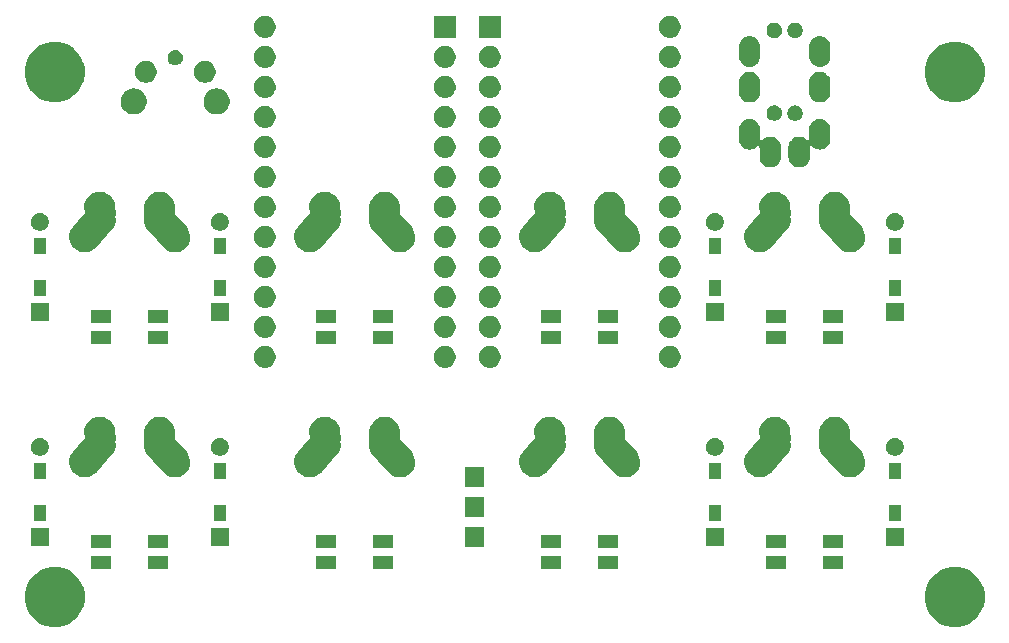
<source format=gbr>
G04 #@! TF.GenerationSoftware,KiCad,Pcbnew,(5.0.1-3-g963ef8bb5)*
G04 #@! TF.CreationDate,2019-01-31T04:05:24+09:00*
G04 #@! TF.ProjectId,mykeyboard,6D796B6579626F6172642E6B69636164,rev?*
G04 #@! TF.SameCoordinates,Original*
G04 #@! TF.FileFunction,Soldermask,Top*
G04 #@! TF.FilePolarity,Negative*
%FSLAX46Y46*%
G04 Gerber Fmt 4.6, Leading zero omitted, Abs format (unit mm)*
G04 Created by KiCad (PCBNEW (5.0.1-3-g963ef8bb5)) date 2019 January 31, Thursday 04:05:24*
%MOMM*%
%LPD*%
G01*
G04 APERTURE LIST*
%ADD10C,0.100000*%
G04 APERTURE END LIST*
D10*
G36*
X188704096Y-122007033D02*
X188704098Y-122007034D01*
X188704099Y-122007034D01*
X189168352Y-122199333D01*
X189584284Y-122477250D01*
X189586171Y-122478511D01*
X189941489Y-122833829D01*
X189941491Y-122833832D01*
X190220667Y-123251648D01*
X190412966Y-123715901D01*
X190511000Y-124208748D01*
X190511000Y-124711252D01*
X190412966Y-125204099D01*
X190220667Y-125668352D01*
X189942750Y-126084284D01*
X189941489Y-126086171D01*
X189586171Y-126441489D01*
X189586168Y-126441491D01*
X189168352Y-126720667D01*
X188704099Y-126912966D01*
X188704098Y-126912966D01*
X188704096Y-126912967D01*
X188211253Y-127011000D01*
X187708747Y-127011000D01*
X187215904Y-126912967D01*
X187215902Y-126912966D01*
X187215901Y-126912966D01*
X186751648Y-126720667D01*
X186333832Y-126441491D01*
X186333829Y-126441489D01*
X185978511Y-126086171D01*
X185977250Y-126084284D01*
X185699333Y-125668352D01*
X185507034Y-125204099D01*
X185409000Y-124711252D01*
X185409000Y-124208748D01*
X185507034Y-123715901D01*
X185699333Y-123251648D01*
X185978509Y-122833832D01*
X185978511Y-122833829D01*
X186333829Y-122478511D01*
X186335716Y-122477250D01*
X186751648Y-122199333D01*
X187215901Y-122007034D01*
X187215902Y-122007034D01*
X187215904Y-122007033D01*
X187708747Y-121909000D01*
X188211253Y-121909000D01*
X188704096Y-122007033D01*
X188704096Y-122007033D01*
G37*
G36*
X112504096Y-122007033D02*
X112504098Y-122007034D01*
X112504099Y-122007034D01*
X112968352Y-122199333D01*
X113384284Y-122477250D01*
X113386171Y-122478511D01*
X113741489Y-122833829D01*
X113741491Y-122833832D01*
X114020667Y-123251648D01*
X114212966Y-123715901D01*
X114311000Y-124208748D01*
X114311000Y-124711252D01*
X114212966Y-125204099D01*
X114020667Y-125668352D01*
X113742750Y-126084284D01*
X113741489Y-126086171D01*
X113386171Y-126441489D01*
X113386168Y-126441491D01*
X112968352Y-126720667D01*
X112504099Y-126912966D01*
X112504098Y-126912966D01*
X112504096Y-126912967D01*
X112011253Y-127011000D01*
X111508747Y-127011000D01*
X111015904Y-126912967D01*
X111015902Y-126912966D01*
X111015901Y-126912966D01*
X110551648Y-126720667D01*
X110133832Y-126441491D01*
X110133829Y-126441489D01*
X109778511Y-126086171D01*
X109777250Y-126084284D01*
X109499333Y-125668352D01*
X109307034Y-125204099D01*
X109209000Y-124711252D01*
X109209000Y-124208748D01*
X109307034Y-123715901D01*
X109499333Y-123251648D01*
X109778509Y-122833832D01*
X109778511Y-122833829D01*
X110133829Y-122478511D01*
X110135716Y-122477250D01*
X110551648Y-122199333D01*
X111015901Y-122007034D01*
X111015902Y-122007034D01*
X111015904Y-122007033D01*
X111508747Y-121909000D01*
X112011253Y-121909000D01*
X112504096Y-122007033D01*
X112504096Y-122007033D01*
G37*
G36*
X178511000Y-122076000D02*
X176809000Y-122076000D01*
X176809000Y-120974000D01*
X178511000Y-120974000D01*
X178511000Y-122076000D01*
X178511000Y-122076000D01*
G37*
G36*
X173711000Y-122076000D02*
X172009000Y-122076000D01*
X172009000Y-120974000D01*
X173711000Y-120974000D01*
X173711000Y-122076000D01*
X173711000Y-122076000D01*
G37*
G36*
X159461000Y-122076000D02*
X157759000Y-122076000D01*
X157759000Y-120974000D01*
X159461000Y-120974000D01*
X159461000Y-122076000D01*
X159461000Y-122076000D01*
G37*
G36*
X154661000Y-122076000D02*
X152959000Y-122076000D01*
X152959000Y-120974000D01*
X154661000Y-120974000D01*
X154661000Y-122076000D01*
X154661000Y-122076000D01*
G37*
G36*
X140411000Y-122076000D02*
X138709000Y-122076000D01*
X138709000Y-120974000D01*
X140411000Y-120974000D01*
X140411000Y-122076000D01*
X140411000Y-122076000D01*
G37*
G36*
X135611000Y-122076000D02*
X133909000Y-122076000D01*
X133909000Y-120974000D01*
X135611000Y-120974000D01*
X135611000Y-122076000D01*
X135611000Y-122076000D01*
G37*
G36*
X121361000Y-122076000D02*
X119659000Y-122076000D01*
X119659000Y-120974000D01*
X121361000Y-120974000D01*
X121361000Y-122076000D01*
X121361000Y-122076000D01*
G37*
G36*
X116561000Y-122076000D02*
X114859000Y-122076000D01*
X114859000Y-120974000D01*
X116561000Y-120974000D01*
X116561000Y-122076000D01*
X116561000Y-122076000D01*
G37*
G36*
X159461000Y-120326000D02*
X157759000Y-120326000D01*
X157759000Y-119224000D01*
X159461000Y-119224000D01*
X159461000Y-120326000D01*
X159461000Y-120326000D01*
G37*
G36*
X173711000Y-120326000D02*
X172009000Y-120326000D01*
X172009000Y-119224000D01*
X173711000Y-119224000D01*
X173711000Y-120326000D01*
X173711000Y-120326000D01*
G37*
G36*
X178511000Y-120326000D02*
X176809000Y-120326000D01*
X176809000Y-119224000D01*
X178511000Y-119224000D01*
X178511000Y-120326000D01*
X178511000Y-120326000D01*
G37*
G36*
X154661000Y-120326000D02*
X152959000Y-120326000D01*
X152959000Y-119224000D01*
X154661000Y-119224000D01*
X154661000Y-120326000D01*
X154661000Y-120326000D01*
G37*
G36*
X140411000Y-120326000D02*
X138709000Y-120326000D01*
X138709000Y-119224000D01*
X140411000Y-119224000D01*
X140411000Y-120326000D01*
X140411000Y-120326000D01*
G37*
G36*
X135611000Y-120326000D02*
X133909000Y-120326000D01*
X133909000Y-119224000D01*
X135611000Y-119224000D01*
X135611000Y-120326000D01*
X135611000Y-120326000D01*
G37*
G36*
X121361000Y-120326000D02*
X119659000Y-120326000D01*
X119659000Y-119224000D01*
X121361000Y-119224000D01*
X121361000Y-120326000D01*
X121361000Y-120326000D01*
G37*
G36*
X116561000Y-120326000D02*
X114859000Y-120326000D01*
X114859000Y-119224000D01*
X116561000Y-119224000D01*
X116561000Y-120326000D01*
X116561000Y-120326000D01*
G37*
G36*
X148133000Y-120193000D02*
X146507000Y-120193000D01*
X146507000Y-118567000D01*
X148133000Y-118567000D01*
X148133000Y-120193000D01*
X148133000Y-120193000D01*
G37*
G36*
X126479500Y-120129500D02*
X124980500Y-120129500D01*
X124980500Y-118630500D01*
X126479500Y-118630500D01*
X126479500Y-120129500D01*
X126479500Y-120129500D01*
G37*
G36*
X168389500Y-120129500D02*
X166890500Y-120129500D01*
X166890500Y-118630500D01*
X168389500Y-118630500D01*
X168389500Y-120129500D01*
X168389500Y-120129500D01*
G37*
G36*
X183629500Y-120129500D02*
X182130500Y-120129500D01*
X182130500Y-118630500D01*
X183629500Y-118630500D01*
X183629500Y-120129500D01*
X183629500Y-120129500D01*
G37*
G36*
X111239500Y-120129500D02*
X109740500Y-120129500D01*
X109740500Y-118630500D01*
X111239500Y-118630500D01*
X111239500Y-120129500D01*
X111239500Y-120129500D01*
G37*
G36*
X111016000Y-118046000D02*
X109964000Y-118046000D01*
X109964000Y-116644000D01*
X111016000Y-116644000D01*
X111016000Y-118046000D01*
X111016000Y-118046000D01*
G37*
G36*
X126256000Y-118046000D02*
X125204000Y-118046000D01*
X125204000Y-116644000D01*
X126256000Y-116644000D01*
X126256000Y-118046000D01*
X126256000Y-118046000D01*
G37*
G36*
X168166000Y-118046000D02*
X167114000Y-118046000D01*
X167114000Y-116644000D01*
X168166000Y-116644000D01*
X168166000Y-118046000D01*
X168166000Y-118046000D01*
G37*
G36*
X183406000Y-118046000D02*
X182354000Y-118046000D01*
X182354000Y-116644000D01*
X183406000Y-116644000D01*
X183406000Y-118046000D01*
X183406000Y-118046000D01*
G37*
G36*
X148133000Y-117653000D02*
X146507000Y-117653000D01*
X146507000Y-116027000D01*
X148133000Y-116027000D01*
X148133000Y-117653000D01*
X148133000Y-117653000D01*
G37*
G36*
X148133000Y-115113000D02*
X146507000Y-115113000D01*
X146507000Y-113487000D01*
X148133000Y-113487000D01*
X148133000Y-115113000D01*
X148133000Y-115113000D01*
G37*
G36*
X111016000Y-114496000D02*
X109964000Y-114496000D01*
X109964000Y-113094000D01*
X111016000Y-113094000D01*
X111016000Y-114496000D01*
X111016000Y-114496000D01*
G37*
G36*
X126256000Y-114496000D02*
X125204000Y-114496000D01*
X125204000Y-113094000D01*
X126256000Y-113094000D01*
X126256000Y-114496000D01*
X126256000Y-114496000D01*
G37*
G36*
X168166000Y-114496000D02*
X167114000Y-114496000D01*
X167114000Y-113094000D01*
X168166000Y-113094000D01*
X168166000Y-114496000D01*
X168166000Y-114496000D01*
G37*
G36*
X183406000Y-114496000D02*
X182354000Y-114496000D01*
X182354000Y-113094000D01*
X183406000Y-113094000D01*
X183406000Y-114496000D01*
X183406000Y-114496000D01*
G37*
G36*
X172886227Y-109193317D02*
X173135998Y-109250660D01*
X173252896Y-109303147D01*
X173369791Y-109355633D01*
X173369792Y-109355634D01*
X173369794Y-109355635D01*
X173578608Y-109504195D01*
X173754434Y-109690647D01*
X173835499Y-109820027D01*
X173890502Y-109907812D01*
X173981591Y-110147353D01*
X173981591Y-110147355D01*
X174013521Y-110336735D01*
X174062313Y-111044251D01*
X174058521Y-111173514D01*
X174056682Y-111236224D01*
X174050435Y-111263435D01*
X174043044Y-111295627D01*
X174039929Y-111319932D01*
X174041321Y-111342557D01*
X174065376Y-111499300D01*
X174054085Y-111755325D01*
X173993064Y-112004230D01*
X173884657Y-112236444D01*
X173881679Y-112240502D01*
X173771022Y-112391281D01*
X172465449Y-113846365D01*
X172375676Y-113946419D01*
X172234017Y-114076112D01*
X172014868Y-114208965D01*
X171774010Y-114296511D01*
X171520705Y-114335385D01*
X171264676Y-114324094D01*
X171015772Y-114263073D01*
X170783558Y-114154666D01*
X170576955Y-114003040D01*
X170576952Y-114003038D01*
X170403898Y-113814017D01*
X170403897Y-113814015D01*
X170403895Y-113814013D01*
X170271044Y-113594867D01*
X170183498Y-113354009D01*
X170144624Y-113100704D01*
X170155915Y-112844675D01*
X170216936Y-112595771D01*
X170325344Y-112363554D01*
X170438974Y-112208724D01*
X171420949Y-111114294D01*
X171435447Y-111094539D01*
X171445813Y-111072335D01*
X171451648Y-111048536D01*
X171452614Y-111022215D01*
X171417687Y-110515748D01*
X171423318Y-110323775D01*
X171480661Y-110074003D01*
X171555282Y-109907810D01*
X171585634Y-109840210D01*
X171599993Y-109820027D01*
X171734196Y-109631393D01*
X171920648Y-109455567D01*
X172137811Y-109319500D01*
X172137812Y-109319500D01*
X172137813Y-109319499D01*
X172377354Y-109228410D01*
X172630061Y-109185804D01*
X172886227Y-109193317D01*
X172886227Y-109193317D01*
G37*
G36*
X115736227Y-109193317D02*
X115985998Y-109250660D01*
X116102896Y-109303147D01*
X116219791Y-109355633D01*
X116219792Y-109355634D01*
X116219794Y-109355635D01*
X116428608Y-109504195D01*
X116604434Y-109690647D01*
X116685499Y-109820027D01*
X116740502Y-109907812D01*
X116831591Y-110147353D01*
X116831591Y-110147355D01*
X116863521Y-110336735D01*
X116912313Y-111044251D01*
X116908521Y-111173514D01*
X116906682Y-111236224D01*
X116900435Y-111263435D01*
X116893044Y-111295627D01*
X116889929Y-111319932D01*
X116891321Y-111342557D01*
X116915376Y-111499300D01*
X116904085Y-111755325D01*
X116843064Y-112004230D01*
X116734657Y-112236444D01*
X116731679Y-112240502D01*
X116621022Y-112391281D01*
X115315449Y-113846365D01*
X115225676Y-113946419D01*
X115084017Y-114076112D01*
X114864868Y-114208965D01*
X114624010Y-114296511D01*
X114370705Y-114335385D01*
X114114676Y-114324094D01*
X113865772Y-114263073D01*
X113633558Y-114154666D01*
X113426955Y-114003040D01*
X113426952Y-114003038D01*
X113253898Y-113814017D01*
X113253897Y-113814015D01*
X113253895Y-113814013D01*
X113121044Y-113594867D01*
X113033498Y-113354009D01*
X112994624Y-113100704D01*
X113005915Y-112844675D01*
X113066936Y-112595771D01*
X113175344Y-112363554D01*
X113288974Y-112208724D01*
X114270949Y-111114294D01*
X114285447Y-111094539D01*
X114295813Y-111072335D01*
X114301648Y-111048536D01*
X114302614Y-111022215D01*
X114267687Y-110515748D01*
X114273318Y-110323775D01*
X114330661Y-110074003D01*
X114405282Y-109907810D01*
X114435634Y-109840210D01*
X114449993Y-109820027D01*
X114584196Y-109631393D01*
X114770648Y-109455567D01*
X114987811Y-109319500D01*
X114987812Y-109319500D01*
X114987813Y-109319499D01*
X115227354Y-109228410D01*
X115480061Y-109185804D01*
X115736227Y-109193317D01*
X115736227Y-109193317D01*
G37*
G36*
X178078921Y-109217665D02*
X178142646Y-109228409D01*
X178382187Y-109319498D01*
X178599354Y-109455569D01*
X178785804Y-109631392D01*
X178934367Y-109840209D01*
X179039338Y-110074001D01*
X179096682Y-110323775D01*
X179102313Y-110515749D01*
X179067386Y-111022216D01*
X179068105Y-111046710D01*
X179073588Y-111070593D01*
X179083625Y-111092947D01*
X179099050Y-111114294D01*
X180081022Y-112208719D01*
X180154866Y-112309338D01*
X180194657Y-112363556D01*
X180303064Y-112595770D01*
X180364085Y-112844675D01*
X180375376Y-113100704D01*
X180336502Y-113354009D01*
X180248956Y-113594867D01*
X180116105Y-113814013D01*
X180116103Y-113814015D01*
X180116102Y-113814017D01*
X179943048Y-114003038D01*
X179736444Y-114154665D01*
X179736442Y-114154666D01*
X179504229Y-114263073D01*
X179381392Y-114293187D01*
X179255323Y-114324095D01*
X179117793Y-114330159D01*
X178999294Y-114335385D01*
X178745989Y-114296511D01*
X178505132Y-114208965D01*
X178285983Y-114076112D01*
X178285981Y-114076111D01*
X178144323Y-113946419D01*
X177229190Y-112926486D01*
X176748974Y-112391276D01*
X176635344Y-112236446D01*
X176526936Y-112004229D01*
X176465915Y-111755325D01*
X176454624Y-111499300D01*
X176478679Y-111342557D01*
X176480004Y-111318089D01*
X176476956Y-111295627D01*
X176463318Y-111236222D01*
X176457687Y-111044252D01*
X176506479Y-110336734D01*
X176532326Y-110183435D01*
X176538409Y-110147352D01*
X176629498Y-109907812D01*
X176684501Y-109820027D01*
X176765566Y-109690647D01*
X176941392Y-109504194D01*
X177150206Y-109355634D01*
X177150208Y-109355633D01*
X177150209Y-109355632D01*
X177248638Y-109311438D01*
X177383997Y-109250661D01*
X177508888Y-109221989D01*
X177633776Y-109193317D01*
X177647971Y-109192901D01*
X177889939Y-109185803D01*
X178078921Y-109217665D01*
X178078921Y-109217665D01*
G37*
G36*
X153836227Y-109193317D02*
X154085998Y-109250660D01*
X154202896Y-109303147D01*
X154319791Y-109355633D01*
X154319792Y-109355634D01*
X154319794Y-109355635D01*
X154528608Y-109504195D01*
X154704434Y-109690647D01*
X154785499Y-109820027D01*
X154840502Y-109907812D01*
X154931591Y-110147353D01*
X154931591Y-110147355D01*
X154963521Y-110336735D01*
X155012313Y-111044251D01*
X155008521Y-111173514D01*
X155006682Y-111236224D01*
X155000435Y-111263435D01*
X154993044Y-111295627D01*
X154989929Y-111319932D01*
X154991321Y-111342557D01*
X155015376Y-111499300D01*
X155004085Y-111755325D01*
X154943064Y-112004230D01*
X154834657Y-112236444D01*
X154831679Y-112240502D01*
X154721022Y-112391281D01*
X153415449Y-113846365D01*
X153325676Y-113946419D01*
X153184017Y-114076112D01*
X152964868Y-114208965D01*
X152724010Y-114296511D01*
X152470705Y-114335385D01*
X152214676Y-114324094D01*
X151965772Y-114263073D01*
X151733558Y-114154666D01*
X151526955Y-114003040D01*
X151526952Y-114003038D01*
X151353898Y-113814017D01*
X151353897Y-113814015D01*
X151353895Y-113814013D01*
X151221044Y-113594867D01*
X151133498Y-113354009D01*
X151094624Y-113100704D01*
X151105915Y-112844675D01*
X151166936Y-112595771D01*
X151275344Y-112363554D01*
X151388974Y-112208724D01*
X152370949Y-111114294D01*
X152385447Y-111094539D01*
X152395813Y-111072335D01*
X152401648Y-111048536D01*
X152402614Y-111022215D01*
X152367687Y-110515748D01*
X152373318Y-110323775D01*
X152430661Y-110074003D01*
X152505282Y-109907810D01*
X152535634Y-109840210D01*
X152549993Y-109820027D01*
X152684196Y-109631393D01*
X152870648Y-109455567D01*
X153087811Y-109319500D01*
X153087812Y-109319500D01*
X153087813Y-109319499D01*
X153327354Y-109228410D01*
X153580061Y-109185804D01*
X153836227Y-109193317D01*
X153836227Y-109193317D01*
G37*
G36*
X159028921Y-109217665D02*
X159092646Y-109228409D01*
X159332187Y-109319498D01*
X159549354Y-109455569D01*
X159735804Y-109631392D01*
X159884367Y-109840209D01*
X159989338Y-110074001D01*
X160046682Y-110323775D01*
X160052313Y-110515749D01*
X160017386Y-111022216D01*
X160018105Y-111046710D01*
X160023588Y-111070593D01*
X160033625Y-111092947D01*
X160049050Y-111114294D01*
X161031022Y-112208719D01*
X161104866Y-112309338D01*
X161144657Y-112363556D01*
X161253064Y-112595770D01*
X161314085Y-112844675D01*
X161325376Y-113100704D01*
X161286502Y-113354009D01*
X161198956Y-113594867D01*
X161066105Y-113814013D01*
X161066103Y-113814015D01*
X161066102Y-113814017D01*
X160893048Y-114003038D01*
X160686444Y-114154665D01*
X160686442Y-114154666D01*
X160454229Y-114263073D01*
X160331392Y-114293187D01*
X160205323Y-114324095D01*
X160067793Y-114330159D01*
X159949294Y-114335385D01*
X159695989Y-114296511D01*
X159455132Y-114208965D01*
X159235983Y-114076112D01*
X159235981Y-114076111D01*
X159094323Y-113946419D01*
X158179190Y-112926486D01*
X157698974Y-112391276D01*
X157585344Y-112236446D01*
X157476936Y-112004229D01*
X157415915Y-111755325D01*
X157404624Y-111499300D01*
X157428679Y-111342557D01*
X157430004Y-111318089D01*
X157426956Y-111295627D01*
X157413318Y-111236222D01*
X157407687Y-111044252D01*
X157456479Y-110336734D01*
X157482326Y-110183435D01*
X157488409Y-110147352D01*
X157579498Y-109907812D01*
X157634501Y-109820027D01*
X157715566Y-109690647D01*
X157891392Y-109504194D01*
X158100206Y-109355634D01*
X158100208Y-109355633D01*
X158100209Y-109355632D01*
X158198638Y-109311438D01*
X158333997Y-109250661D01*
X158458888Y-109221989D01*
X158583776Y-109193317D01*
X158597971Y-109192901D01*
X158839939Y-109185803D01*
X159028921Y-109217665D01*
X159028921Y-109217665D01*
G37*
G36*
X120928921Y-109217665D02*
X120992646Y-109228409D01*
X121232187Y-109319498D01*
X121449354Y-109455569D01*
X121635804Y-109631392D01*
X121784367Y-109840209D01*
X121889338Y-110074001D01*
X121946682Y-110323775D01*
X121952313Y-110515749D01*
X121917386Y-111022216D01*
X121918105Y-111046710D01*
X121923588Y-111070593D01*
X121933625Y-111092947D01*
X121949050Y-111114294D01*
X122931022Y-112208719D01*
X123004866Y-112309338D01*
X123044657Y-112363556D01*
X123153064Y-112595770D01*
X123214085Y-112844675D01*
X123225376Y-113100704D01*
X123186502Y-113354009D01*
X123098956Y-113594867D01*
X122966105Y-113814013D01*
X122966103Y-113814015D01*
X122966102Y-113814017D01*
X122793048Y-114003038D01*
X122586444Y-114154665D01*
X122586442Y-114154666D01*
X122354229Y-114263073D01*
X122231392Y-114293187D01*
X122105323Y-114324095D01*
X121967793Y-114330159D01*
X121849294Y-114335385D01*
X121595989Y-114296511D01*
X121355132Y-114208965D01*
X121135983Y-114076112D01*
X121135981Y-114076111D01*
X120994323Y-113946419D01*
X120079190Y-112926486D01*
X119598974Y-112391276D01*
X119485344Y-112236446D01*
X119376936Y-112004229D01*
X119315915Y-111755325D01*
X119304624Y-111499300D01*
X119328679Y-111342557D01*
X119330004Y-111318089D01*
X119326956Y-111295627D01*
X119313318Y-111236222D01*
X119307687Y-111044252D01*
X119356479Y-110336734D01*
X119382326Y-110183435D01*
X119388409Y-110147352D01*
X119479498Y-109907812D01*
X119534501Y-109820027D01*
X119615566Y-109690647D01*
X119791392Y-109504194D01*
X120000206Y-109355634D01*
X120000208Y-109355633D01*
X120000209Y-109355632D01*
X120098638Y-109311438D01*
X120233997Y-109250661D01*
X120358888Y-109221989D01*
X120483776Y-109193317D01*
X120497971Y-109192901D01*
X120739939Y-109185803D01*
X120928921Y-109217665D01*
X120928921Y-109217665D01*
G37*
G36*
X134786227Y-109193317D02*
X135035998Y-109250660D01*
X135152896Y-109303147D01*
X135269791Y-109355633D01*
X135269792Y-109355634D01*
X135269794Y-109355635D01*
X135478608Y-109504195D01*
X135654434Y-109690647D01*
X135735499Y-109820027D01*
X135790502Y-109907812D01*
X135881591Y-110147353D01*
X135881591Y-110147355D01*
X135913521Y-110336735D01*
X135962313Y-111044251D01*
X135958521Y-111173514D01*
X135956682Y-111236224D01*
X135950435Y-111263435D01*
X135943044Y-111295627D01*
X135939929Y-111319932D01*
X135941321Y-111342557D01*
X135965376Y-111499300D01*
X135954085Y-111755325D01*
X135893064Y-112004230D01*
X135784657Y-112236444D01*
X135781679Y-112240502D01*
X135671022Y-112391281D01*
X134365449Y-113846365D01*
X134275676Y-113946419D01*
X134134017Y-114076112D01*
X133914868Y-114208965D01*
X133674010Y-114296511D01*
X133420705Y-114335385D01*
X133164676Y-114324094D01*
X132915772Y-114263073D01*
X132683558Y-114154666D01*
X132476955Y-114003040D01*
X132476952Y-114003038D01*
X132303898Y-113814017D01*
X132303897Y-113814015D01*
X132303895Y-113814013D01*
X132171044Y-113594867D01*
X132083498Y-113354009D01*
X132044624Y-113100704D01*
X132055915Y-112844675D01*
X132116936Y-112595771D01*
X132225344Y-112363554D01*
X132338974Y-112208724D01*
X133320949Y-111114294D01*
X133335447Y-111094539D01*
X133345813Y-111072335D01*
X133351648Y-111048536D01*
X133352614Y-111022215D01*
X133317687Y-110515748D01*
X133323318Y-110323775D01*
X133380661Y-110074003D01*
X133455282Y-109907810D01*
X133485634Y-109840210D01*
X133499993Y-109820027D01*
X133634196Y-109631393D01*
X133820648Y-109455567D01*
X134037811Y-109319500D01*
X134037812Y-109319500D01*
X134037813Y-109319499D01*
X134277354Y-109228410D01*
X134530061Y-109185804D01*
X134786227Y-109193317D01*
X134786227Y-109193317D01*
G37*
G36*
X139978921Y-109217665D02*
X140042646Y-109228409D01*
X140282187Y-109319498D01*
X140499354Y-109455569D01*
X140685804Y-109631392D01*
X140834367Y-109840209D01*
X140939338Y-110074001D01*
X140996682Y-110323775D01*
X141002313Y-110515749D01*
X140967386Y-111022216D01*
X140968105Y-111046710D01*
X140973588Y-111070593D01*
X140983625Y-111092947D01*
X140999050Y-111114294D01*
X141981022Y-112208719D01*
X142054866Y-112309338D01*
X142094657Y-112363556D01*
X142203064Y-112595770D01*
X142264085Y-112844675D01*
X142275376Y-113100704D01*
X142236502Y-113354009D01*
X142148956Y-113594867D01*
X142016105Y-113814013D01*
X142016103Y-113814015D01*
X142016102Y-113814017D01*
X141843048Y-114003038D01*
X141636444Y-114154665D01*
X141636442Y-114154666D01*
X141404229Y-114263073D01*
X141281392Y-114293187D01*
X141155323Y-114324095D01*
X141017793Y-114330159D01*
X140899294Y-114335385D01*
X140645989Y-114296511D01*
X140405132Y-114208965D01*
X140185983Y-114076112D01*
X140185981Y-114076111D01*
X140044323Y-113946419D01*
X139129190Y-112926486D01*
X138648974Y-112391276D01*
X138535344Y-112236446D01*
X138426936Y-112004229D01*
X138365915Y-111755325D01*
X138354624Y-111499300D01*
X138378679Y-111342557D01*
X138380004Y-111318089D01*
X138376956Y-111295627D01*
X138363318Y-111236222D01*
X138357687Y-111044252D01*
X138406479Y-110336734D01*
X138432326Y-110183435D01*
X138438409Y-110147352D01*
X138529498Y-109907812D01*
X138584501Y-109820027D01*
X138665566Y-109690647D01*
X138841392Y-109504194D01*
X139050206Y-109355634D01*
X139050208Y-109355633D01*
X139050209Y-109355632D01*
X139148638Y-109311438D01*
X139283997Y-109250661D01*
X139408888Y-109221989D01*
X139533776Y-109193317D01*
X139547971Y-109192901D01*
X139789939Y-109185803D01*
X139978921Y-109217665D01*
X139978921Y-109217665D01*
G37*
G36*
X167858621Y-111039302D02*
X167995022Y-111095801D01*
X168117779Y-111177825D01*
X168222175Y-111282221D01*
X168304199Y-111404978D01*
X168360698Y-111541379D01*
X168389500Y-111686181D01*
X168389500Y-111833819D01*
X168360698Y-111978621D01*
X168304199Y-112115022D01*
X168222175Y-112237779D01*
X168117779Y-112342175D01*
X167995022Y-112424199D01*
X167858621Y-112480698D01*
X167713819Y-112509500D01*
X167566181Y-112509500D01*
X167421379Y-112480698D01*
X167284978Y-112424199D01*
X167162221Y-112342175D01*
X167057825Y-112237779D01*
X166975801Y-112115022D01*
X166919302Y-111978621D01*
X166890500Y-111833819D01*
X166890500Y-111686181D01*
X166919302Y-111541379D01*
X166975801Y-111404978D01*
X167057825Y-111282221D01*
X167162221Y-111177825D01*
X167284978Y-111095801D01*
X167421379Y-111039302D01*
X167566181Y-111010500D01*
X167713819Y-111010500D01*
X167858621Y-111039302D01*
X167858621Y-111039302D01*
G37*
G36*
X183098621Y-111039302D02*
X183235022Y-111095801D01*
X183357779Y-111177825D01*
X183462175Y-111282221D01*
X183544199Y-111404978D01*
X183600698Y-111541379D01*
X183629500Y-111686181D01*
X183629500Y-111833819D01*
X183600698Y-111978621D01*
X183544199Y-112115022D01*
X183462175Y-112237779D01*
X183357779Y-112342175D01*
X183235022Y-112424199D01*
X183098621Y-112480698D01*
X182953819Y-112509500D01*
X182806181Y-112509500D01*
X182661379Y-112480698D01*
X182524978Y-112424199D01*
X182402221Y-112342175D01*
X182297825Y-112237779D01*
X182215801Y-112115022D01*
X182159302Y-111978621D01*
X182130500Y-111833819D01*
X182130500Y-111686181D01*
X182159302Y-111541379D01*
X182215801Y-111404978D01*
X182297825Y-111282221D01*
X182402221Y-111177825D01*
X182524978Y-111095801D01*
X182661379Y-111039302D01*
X182806181Y-111010500D01*
X182953819Y-111010500D01*
X183098621Y-111039302D01*
X183098621Y-111039302D01*
G37*
G36*
X110708621Y-111039302D02*
X110845022Y-111095801D01*
X110967779Y-111177825D01*
X111072175Y-111282221D01*
X111154199Y-111404978D01*
X111210698Y-111541379D01*
X111239500Y-111686181D01*
X111239500Y-111833819D01*
X111210698Y-111978621D01*
X111154199Y-112115022D01*
X111072175Y-112237779D01*
X110967779Y-112342175D01*
X110845022Y-112424199D01*
X110708621Y-112480698D01*
X110563819Y-112509500D01*
X110416181Y-112509500D01*
X110271379Y-112480698D01*
X110134978Y-112424199D01*
X110012221Y-112342175D01*
X109907825Y-112237779D01*
X109825801Y-112115022D01*
X109769302Y-111978621D01*
X109740500Y-111833819D01*
X109740500Y-111686181D01*
X109769302Y-111541379D01*
X109825801Y-111404978D01*
X109907825Y-111282221D01*
X110012221Y-111177825D01*
X110134978Y-111095801D01*
X110271379Y-111039302D01*
X110416181Y-111010500D01*
X110563819Y-111010500D01*
X110708621Y-111039302D01*
X110708621Y-111039302D01*
G37*
G36*
X125948621Y-111039302D02*
X126085022Y-111095801D01*
X126207779Y-111177825D01*
X126312175Y-111282221D01*
X126394199Y-111404978D01*
X126450698Y-111541379D01*
X126479500Y-111686181D01*
X126479500Y-111833819D01*
X126450698Y-111978621D01*
X126394199Y-112115022D01*
X126312175Y-112237779D01*
X126207779Y-112342175D01*
X126085022Y-112424199D01*
X125948621Y-112480698D01*
X125803819Y-112509500D01*
X125656181Y-112509500D01*
X125511379Y-112480698D01*
X125374978Y-112424199D01*
X125252221Y-112342175D01*
X125147825Y-112237779D01*
X125065801Y-112115022D01*
X125009302Y-111978621D01*
X124980500Y-111833819D01*
X124980500Y-111686181D01*
X125009302Y-111541379D01*
X125065801Y-111404978D01*
X125147825Y-111282221D01*
X125252221Y-111177825D01*
X125374978Y-111095801D01*
X125511379Y-111039302D01*
X125656181Y-111010500D01*
X125803819Y-111010500D01*
X125948621Y-111039302D01*
X125948621Y-111039302D01*
G37*
G36*
X148770907Y-103230517D02*
X148860483Y-103248335D01*
X149029241Y-103318237D01*
X149029242Y-103318238D01*
X149181122Y-103419721D01*
X149310279Y-103548878D01*
X149310281Y-103548881D01*
X149411763Y-103700759D01*
X149481665Y-103869517D01*
X149517300Y-104048669D01*
X149517300Y-104231331D01*
X149481665Y-104410483D01*
X149411763Y-104579241D01*
X149411762Y-104579242D01*
X149310279Y-104731122D01*
X149181122Y-104860279D01*
X149181119Y-104860281D01*
X149029241Y-104961763D01*
X148860483Y-105031665D01*
X148770907Y-105049483D01*
X148681333Y-105067300D01*
X148498667Y-105067300D01*
X148409093Y-105049483D01*
X148319517Y-105031665D01*
X148150759Y-104961763D01*
X147998881Y-104860281D01*
X147998878Y-104860279D01*
X147869721Y-104731122D01*
X147768238Y-104579242D01*
X147768237Y-104579241D01*
X147698335Y-104410483D01*
X147662700Y-104231331D01*
X147662700Y-104048669D01*
X147698335Y-103869517D01*
X147768237Y-103700759D01*
X147869719Y-103548881D01*
X147869721Y-103548878D01*
X147998878Y-103419721D01*
X148150758Y-103318238D01*
X148150759Y-103318237D01*
X148319517Y-103248335D01*
X148409093Y-103230518D01*
X148498667Y-103212700D01*
X148681333Y-103212700D01*
X148770907Y-103230517D01*
X148770907Y-103230517D01*
G37*
G36*
X144960907Y-103230517D02*
X145050483Y-103248335D01*
X145219241Y-103318237D01*
X145219242Y-103318238D01*
X145371122Y-103419721D01*
X145500279Y-103548878D01*
X145500281Y-103548881D01*
X145601763Y-103700759D01*
X145671665Y-103869517D01*
X145707300Y-104048669D01*
X145707300Y-104231331D01*
X145671665Y-104410483D01*
X145601763Y-104579241D01*
X145601762Y-104579242D01*
X145500279Y-104731122D01*
X145371122Y-104860279D01*
X145371119Y-104860281D01*
X145219241Y-104961763D01*
X145050483Y-105031665D01*
X144960907Y-105049483D01*
X144871333Y-105067300D01*
X144688667Y-105067300D01*
X144599093Y-105049483D01*
X144509517Y-105031665D01*
X144340759Y-104961763D01*
X144188881Y-104860281D01*
X144188878Y-104860279D01*
X144059721Y-104731122D01*
X143958238Y-104579242D01*
X143958237Y-104579241D01*
X143888335Y-104410483D01*
X143852700Y-104231331D01*
X143852700Y-104048669D01*
X143888335Y-103869517D01*
X143958237Y-103700759D01*
X144059719Y-103548881D01*
X144059721Y-103548878D01*
X144188878Y-103419721D01*
X144340758Y-103318238D01*
X144340759Y-103318237D01*
X144509517Y-103248335D01*
X144599093Y-103230518D01*
X144688667Y-103212700D01*
X144871333Y-103212700D01*
X144960907Y-103230517D01*
X144960907Y-103230517D01*
G37*
G36*
X129720907Y-103230517D02*
X129810483Y-103248335D01*
X129979241Y-103318237D01*
X129979242Y-103318238D01*
X130131122Y-103419721D01*
X130260279Y-103548878D01*
X130260281Y-103548881D01*
X130361763Y-103700759D01*
X130431665Y-103869517D01*
X130467300Y-104048669D01*
X130467300Y-104231331D01*
X130431665Y-104410483D01*
X130361763Y-104579241D01*
X130361762Y-104579242D01*
X130260279Y-104731122D01*
X130131122Y-104860279D01*
X130131119Y-104860281D01*
X129979241Y-104961763D01*
X129810483Y-105031665D01*
X129720907Y-105049483D01*
X129631333Y-105067300D01*
X129448667Y-105067300D01*
X129359093Y-105049483D01*
X129269517Y-105031665D01*
X129100759Y-104961763D01*
X128948881Y-104860281D01*
X128948878Y-104860279D01*
X128819721Y-104731122D01*
X128718238Y-104579242D01*
X128718237Y-104579241D01*
X128648335Y-104410483D01*
X128612700Y-104231331D01*
X128612700Y-104048669D01*
X128648335Y-103869517D01*
X128718237Y-103700759D01*
X128819719Y-103548881D01*
X128819721Y-103548878D01*
X128948878Y-103419721D01*
X129100758Y-103318238D01*
X129100759Y-103318237D01*
X129269517Y-103248335D01*
X129359093Y-103230518D01*
X129448667Y-103212700D01*
X129631333Y-103212700D01*
X129720907Y-103230517D01*
X129720907Y-103230517D01*
G37*
G36*
X164010907Y-103230517D02*
X164100483Y-103248335D01*
X164269241Y-103318237D01*
X164269242Y-103318238D01*
X164421122Y-103419721D01*
X164550279Y-103548878D01*
X164550281Y-103548881D01*
X164651763Y-103700759D01*
X164721665Y-103869517D01*
X164757300Y-104048669D01*
X164757300Y-104231331D01*
X164721665Y-104410483D01*
X164651763Y-104579241D01*
X164651762Y-104579242D01*
X164550279Y-104731122D01*
X164421122Y-104860279D01*
X164421119Y-104860281D01*
X164269241Y-104961763D01*
X164100483Y-105031665D01*
X164010907Y-105049483D01*
X163921333Y-105067300D01*
X163738667Y-105067300D01*
X163649093Y-105049483D01*
X163559517Y-105031665D01*
X163390759Y-104961763D01*
X163238881Y-104860281D01*
X163238878Y-104860279D01*
X163109721Y-104731122D01*
X163008238Y-104579242D01*
X163008237Y-104579241D01*
X162938335Y-104410483D01*
X162902700Y-104231331D01*
X162902700Y-104048669D01*
X162938335Y-103869517D01*
X163008237Y-103700759D01*
X163109719Y-103548881D01*
X163109721Y-103548878D01*
X163238878Y-103419721D01*
X163390758Y-103318238D01*
X163390759Y-103318237D01*
X163559517Y-103248335D01*
X163649093Y-103230518D01*
X163738667Y-103212700D01*
X163921333Y-103212700D01*
X164010907Y-103230517D01*
X164010907Y-103230517D01*
G37*
G36*
X121361000Y-103026000D02*
X119659000Y-103026000D01*
X119659000Y-101924000D01*
X121361000Y-101924000D01*
X121361000Y-103026000D01*
X121361000Y-103026000D01*
G37*
G36*
X173711000Y-103026000D02*
X172009000Y-103026000D01*
X172009000Y-101924000D01*
X173711000Y-101924000D01*
X173711000Y-103026000D01*
X173711000Y-103026000D01*
G37*
G36*
X154661000Y-103026000D02*
X152959000Y-103026000D01*
X152959000Y-101924000D01*
X154661000Y-101924000D01*
X154661000Y-103026000D01*
X154661000Y-103026000D01*
G37*
G36*
X178511000Y-103026000D02*
X176809000Y-103026000D01*
X176809000Y-101924000D01*
X178511000Y-101924000D01*
X178511000Y-103026000D01*
X178511000Y-103026000D01*
G37*
G36*
X159461000Y-103026000D02*
X157759000Y-103026000D01*
X157759000Y-101924000D01*
X159461000Y-101924000D01*
X159461000Y-103026000D01*
X159461000Y-103026000D01*
G37*
G36*
X140411000Y-103026000D02*
X138709000Y-103026000D01*
X138709000Y-101924000D01*
X140411000Y-101924000D01*
X140411000Y-103026000D01*
X140411000Y-103026000D01*
G37*
G36*
X135611000Y-103026000D02*
X133909000Y-103026000D01*
X133909000Y-101924000D01*
X135611000Y-101924000D01*
X135611000Y-103026000D01*
X135611000Y-103026000D01*
G37*
G36*
X116561000Y-103026000D02*
X114859000Y-103026000D01*
X114859000Y-101924000D01*
X116561000Y-101924000D01*
X116561000Y-103026000D01*
X116561000Y-103026000D01*
G37*
G36*
X148770907Y-100690517D02*
X148860483Y-100708335D01*
X149029241Y-100778237D01*
X149029242Y-100778238D01*
X149181122Y-100879721D01*
X149310279Y-101008878D01*
X149310281Y-101008881D01*
X149411763Y-101160759D01*
X149481665Y-101329517D01*
X149517300Y-101508669D01*
X149517300Y-101691331D01*
X149481665Y-101870483D01*
X149411763Y-102039241D01*
X149411762Y-102039242D01*
X149310279Y-102191122D01*
X149181122Y-102320279D01*
X149181119Y-102320281D01*
X149029241Y-102421763D01*
X148860483Y-102491665D01*
X148770907Y-102509483D01*
X148681333Y-102527300D01*
X148498667Y-102527300D01*
X148409093Y-102509483D01*
X148319517Y-102491665D01*
X148150759Y-102421763D01*
X147998881Y-102320281D01*
X147998878Y-102320279D01*
X147869721Y-102191122D01*
X147768238Y-102039242D01*
X147768237Y-102039241D01*
X147698335Y-101870483D01*
X147662700Y-101691331D01*
X147662700Y-101508669D01*
X147698335Y-101329517D01*
X147768237Y-101160759D01*
X147869719Y-101008881D01*
X147869721Y-101008878D01*
X147998878Y-100879721D01*
X148150758Y-100778238D01*
X148150759Y-100778237D01*
X148319517Y-100708335D01*
X148409093Y-100690517D01*
X148498667Y-100672700D01*
X148681333Y-100672700D01*
X148770907Y-100690517D01*
X148770907Y-100690517D01*
G37*
G36*
X164010907Y-100690517D02*
X164100483Y-100708335D01*
X164269241Y-100778237D01*
X164269242Y-100778238D01*
X164421122Y-100879721D01*
X164550279Y-101008878D01*
X164550281Y-101008881D01*
X164651763Y-101160759D01*
X164721665Y-101329517D01*
X164757300Y-101508669D01*
X164757300Y-101691331D01*
X164721665Y-101870483D01*
X164651763Y-102039241D01*
X164651762Y-102039242D01*
X164550279Y-102191122D01*
X164421122Y-102320279D01*
X164421119Y-102320281D01*
X164269241Y-102421763D01*
X164100483Y-102491665D01*
X164010907Y-102509483D01*
X163921333Y-102527300D01*
X163738667Y-102527300D01*
X163649093Y-102509483D01*
X163559517Y-102491665D01*
X163390759Y-102421763D01*
X163238881Y-102320281D01*
X163238878Y-102320279D01*
X163109721Y-102191122D01*
X163008238Y-102039242D01*
X163008237Y-102039241D01*
X162938335Y-101870483D01*
X162902700Y-101691331D01*
X162902700Y-101508669D01*
X162938335Y-101329517D01*
X163008237Y-101160759D01*
X163109719Y-101008881D01*
X163109721Y-101008878D01*
X163238878Y-100879721D01*
X163390758Y-100778238D01*
X163390759Y-100778237D01*
X163559517Y-100708335D01*
X163649093Y-100690517D01*
X163738667Y-100672700D01*
X163921333Y-100672700D01*
X164010907Y-100690517D01*
X164010907Y-100690517D01*
G37*
G36*
X144960907Y-100690517D02*
X145050483Y-100708335D01*
X145219241Y-100778237D01*
X145219242Y-100778238D01*
X145371122Y-100879721D01*
X145500279Y-101008878D01*
X145500281Y-101008881D01*
X145601763Y-101160759D01*
X145671665Y-101329517D01*
X145707300Y-101508669D01*
X145707300Y-101691331D01*
X145671665Y-101870483D01*
X145601763Y-102039241D01*
X145601762Y-102039242D01*
X145500279Y-102191122D01*
X145371122Y-102320279D01*
X145371119Y-102320281D01*
X145219241Y-102421763D01*
X145050483Y-102491665D01*
X144960907Y-102509483D01*
X144871333Y-102527300D01*
X144688667Y-102527300D01*
X144599093Y-102509483D01*
X144509517Y-102491665D01*
X144340759Y-102421763D01*
X144188881Y-102320281D01*
X144188878Y-102320279D01*
X144059721Y-102191122D01*
X143958238Y-102039242D01*
X143958237Y-102039241D01*
X143888335Y-101870483D01*
X143852700Y-101691331D01*
X143852700Y-101508669D01*
X143888335Y-101329517D01*
X143958237Y-101160759D01*
X144059719Y-101008881D01*
X144059721Y-101008878D01*
X144188878Y-100879721D01*
X144340758Y-100778238D01*
X144340759Y-100778237D01*
X144509517Y-100708335D01*
X144599093Y-100690517D01*
X144688667Y-100672700D01*
X144871333Y-100672700D01*
X144960907Y-100690517D01*
X144960907Y-100690517D01*
G37*
G36*
X129720907Y-100690517D02*
X129810483Y-100708335D01*
X129979241Y-100778237D01*
X129979242Y-100778238D01*
X130131122Y-100879721D01*
X130260279Y-101008878D01*
X130260281Y-101008881D01*
X130361763Y-101160759D01*
X130431665Y-101329517D01*
X130467300Y-101508669D01*
X130467300Y-101691331D01*
X130431665Y-101870483D01*
X130361763Y-102039241D01*
X130361762Y-102039242D01*
X130260279Y-102191122D01*
X130131122Y-102320279D01*
X130131119Y-102320281D01*
X129979241Y-102421763D01*
X129810483Y-102491665D01*
X129720907Y-102509483D01*
X129631333Y-102527300D01*
X129448667Y-102527300D01*
X129359093Y-102509483D01*
X129269517Y-102491665D01*
X129100759Y-102421763D01*
X128948881Y-102320281D01*
X128948878Y-102320279D01*
X128819721Y-102191122D01*
X128718238Y-102039242D01*
X128718237Y-102039241D01*
X128648335Y-101870483D01*
X128612700Y-101691331D01*
X128612700Y-101508669D01*
X128648335Y-101329517D01*
X128718237Y-101160759D01*
X128819719Y-101008881D01*
X128819721Y-101008878D01*
X128948878Y-100879721D01*
X129100758Y-100778238D01*
X129100759Y-100778237D01*
X129269517Y-100708335D01*
X129359093Y-100690517D01*
X129448667Y-100672700D01*
X129631333Y-100672700D01*
X129720907Y-100690517D01*
X129720907Y-100690517D01*
G37*
G36*
X173711000Y-101276000D02*
X172009000Y-101276000D01*
X172009000Y-100174000D01*
X173711000Y-100174000D01*
X173711000Y-101276000D01*
X173711000Y-101276000D01*
G37*
G36*
X178511000Y-101276000D02*
X176809000Y-101276000D01*
X176809000Y-100174000D01*
X178511000Y-100174000D01*
X178511000Y-101276000D01*
X178511000Y-101276000D01*
G37*
G36*
X159461000Y-101276000D02*
X157759000Y-101276000D01*
X157759000Y-100174000D01*
X159461000Y-100174000D01*
X159461000Y-101276000D01*
X159461000Y-101276000D01*
G37*
G36*
X154661000Y-101276000D02*
X152959000Y-101276000D01*
X152959000Y-100174000D01*
X154661000Y-100174000D01*
X154661000Y-101276000D01*
X154661000Y-101276000D01*
G37*
G36*
X140411000Y-101276000D02*
X138709000Y-101276000D01*
X138709000Y-100174000D01*
X140411000Y-100174000D01*
X140411000Y-101276000D01*
X140411000Y-101276000D01*
G37*
G36*
X135611000Y-101276000D02*
X133909000Y-101276000D01*
X133909000Y-100174000D01*
X135611000Y-100174000D01*
X135611000Y-101276000D01*
X135611000Y-101276000D01*
G37*
G36*
X121361000Y-101276000D02*
X119659000Y-101276000D01*
X119659000Y-100174000D01*
X121361000Y-100174000D01*
X121361000Y-101276000D01*
X121361000Y-101276000D01*
G37*
G36*
X116561000Y-101276000D02*
X114859000Y-101276000D01*
X114859000Y-100174000D01*
X116561000Y-100174000D01*
X116561000Y-101276000D01*
X116561000Y-101276000D01*
G37*
G36*
X126479500Y-101079500D02*
X124980500Y-101079500D01*
X124980500Y-99580500D01*
X126479500Y-99580500D01*
X126479500Y-101079500D01*
X126479500Y-101079500D01*
G37*
G36*
X168389500Y-101079500D02*
X166890500Y-101079500D01*
X166890500Y-99580500D01*
X168389500Y-99580500D01*
X168389500Y-101079500D01*
X168389500Y-101079500D01*
G37*
G36*
X111239500Y-101079500D02*
X109740500Y-101079500D01*
X109740500Y-99580500D01*
X111239500Y-99580500D01*
X111239500Y-101079500D01*
X111239500Y-101079500D01*
G37*
G36*
X183629500Y-101079500D02*
X182130500Y-101079500D01*
X182130500Y-99580500D01*
X183629500Y-99580500D01*
X183629500Y-101079500D01*
X183629500Y-101079500D01*
G37*
G36*
X164010907Y-98150518D02*
X164100483Y-98168335D01*
X164269241Y-98238237D01*
X164269242Y-98238238D01*
X164421122Y-98339721D01*
X164550279Y-98468878D01*
X164550281Y-98468881D01*
X164651763Y-98620759D01*
X164721665Y-98789517D01*
X164757300Y-98968669D01*
X164757300Y-99151331D01*
X164721665Y-99330483D01*
X164651763Y-99499241D01*
X164651762Y-99499242D01*
X164550279Y-99651122D01*
X164421122Y-99780279D01*
X164421119Y-99780281D01*
X164269241Y-99881763D01*
X164100483Y-99951665D01*
X164010907Y-99969483D01*
X163921333Y-99987300D01*
X163738667Y-99987300D01*
X163649093Y-99969483D01*
X163559517Y-99951665D01*
X163390759Y-99881763D01*
X163238881Y-99780281D01*
X163238878Y-99780279D01*
X163109721Y-99651122D01*
X163008238Y-99499242D01*
X163008237Y-99499241D01*
X162938335Y-99330483D01*
X162902700Y-99151331D01*
X162902700Y-98968669D01*
X162938335Y-98789517D01*
X163008237Y-98620759D01*
X163109719Y-98468881D01*
X163109721Y-98468878D01*
X163238878Y-98339721D01*
X163390758Y-98238238D01*
X163390759Y-98238237D01*
X163559517Y-98168335D01*
X163649093Y-98150518D01*
X163738667Y-98132700D01*
X163921333Y-98132700D01*
X164010907Y-98150518D01*
X164010907Y-98150518D01*
G37*
G36*
X148770907Y-98150518D02*
X148860483Y-98168335D01*
X149029241Y-98238237D01*
X149029242Y-98238238D01*
X149181122Y-98339721D01*
X149310279Y-98468878D01*
X149310281Y-98468881D01*
X149411763Y-98620759D01*
X149481665Y-98789517D01*
X149517300Y-98968669D01*
X149517300Y-99151331D01*
X149481665Y-99330483D01*
X149411763Y-99499241D01*
X149411762Y-99499242D01*
X149310279Y-99651122D01*
X149181122Y-99780279D01*
X149181119Y-99780281D01*
X149029241Y-99881763D01*
X148860483Y-99951665D01*
X148770907Y-99969483D01*
X148681333Y-99987300D01*
X148498667Y-99987300D01*
X148409093Y-99969483D01*
X148319517Y-99951665D01*
X148150759Y-99881763D01*
X147998881Y-99780281D01*
X147998878Y-99780279D01*
X147869721Y-99651122D01*
X147768238Y-99499242D01*
X147768237Y-99499241D01*
X147698335Y-99330483D01*
X147662700Y-99151331D01*
X147662700Y-98968669D01*
X147698335Y-98789517D01*
X147768237Y-98620759D01*
X147869719Y-98468881D01*
X147869721Y-98468878D01*
X147998878Y-98339721D01*
X148150758Y-98238238D01*
X148150759Y-98238237D01*
X148319517Y-98168335D01*
X148409093Y-98150518D01*
X148498667Y-98132700D01*
X148681333Y-98132700D01*
X148770907Y-98150518D01*
X148770907Y-98150518D01*
G37*
G36*
X144960907Y-98150518D02*
X145050483Y-98168335D01*
X145219241Y-98238237D01*
X145219242Y-98238238D01*
X145371122Y-98339721D01*
X145500279Y-98468878D01*
X145500281Y-98468881D01*
X145601763Y-98620759D01*
X145671665Y-98789517D01*
X145707300Y-98968669D01*
X145707300Y-99151331D01*
X145671665Y-99330483D01*
X145601763Y-99499241D01*
X145601762Y-99499242D01*
X145500279Y-99651122D01*
X145371122Y-99780279D01*
X145371119Y-99780281D01*
X145219241Y-99881763D01*
X145050483Y-99951665D01*
X144960907Y-99969483D01*
X144871333Y-99987300D01*
X144688667Y-99987300D01*
X144599093Y-99969483D01*
X144509517Y-99951665D01*
X144340759Y-99881763D01*
X144188881Y-99780281D01*
X144188878Y-99780279D01*
X144059721Y-99651122D01*
X143958238Y-99499242D01*
X143958237Y-99499241D01*
X143888335Y-99330483D01*
X143852700Y-99151331D01*
X143852700Y-98968669D01*
X143888335Y-98789517D01*
X143958237Y-98620759D01*
X144059719Y-98468881D01*
X144059721Y-98468878D01*
X144188878Y-98339721D01*
X144340758Y-98238238D01*
X144340759Y-98238237D01*
X144509517Y-98168335D01*
X144599093Y-98150518D01*
X144688667Y-98132700D01*
X144871333Y-98132700D01*
X144960907Y-98150518D01*
X144960907Y-98150518D01*
G37*
G36*
X129720907Y-98150518D02*
X129810483Y-98168335D01*
X129979241Y-98238237D01*
X129979242Y-98238238D01*
X130131122Y-98339721D01*
X130260279Y-98468878D01*
X130260281Y-98468881D01*
X130361763Y-98620759D01*
X130431665Y-98789517D01*
X130467300Y-98968669D01*
X130467300Y-99151331D01*
X130431665Y-99330483D01*
X130361763Y-99499241D01*
X130361762Y-99499242D01*
X130260279Y-99651122D01*
X130131122Y-99780279D01*
X130131119Y-99780281D01*
X129979241Y-99881763D01*
X129810483Y-99951665D01*
X129720907Y-99969483D01*
X129631333Y-99987300D01*
X129448667Y-99987300D01*
X129359093Y-99969483D01*
X129269517Y-99951665D01*
X129100759Y-99881763D01*
X128948881Y-99780281D01*
X128948878Y-99780279D01*
X128819721Y-99651122D01*
X128718238Y-99499242D01*
X128718237Y-99499241D01*
X128648335Y-99330483D01*
X128612700Y-99151331D01*
X128612700Y-98968669D01*
X128648335Y-98789517D01*
X128718237Y-98620759D01*
X128819719Y-98468881D01*
X128819721Y-98468878D01*
X128948878Y-98339721D01*
X129100758Y-98238238D01*
X129100759Y-98238237D01*
X129269517Y-98168335D01*
X129359093Y-98150518D01*
X129448667Y-98132700D01*
X129631333Y-98132700D01*
X129720907Y-98150518D01*
X129720907Y-98150518D01*
G37*
G36*
X168166000Y-98996000D02*
X167114000Y-98996000D01*
X167114000Y-97594000D01*
X168166000Y-97594000D01*
X168166000Y-98996000D01*
X168166000Y-98996000D01*
G37*
G36*
X183406000Y-98996000D02*
X182354000Y-98996000D01*
X182354000Y-97594000D01*
X183406000Y-97594000D01*
X183406000Y-98996000D01*
X183406000Y-98996000D01*
G37*
G36*
X126256000Y-98996000D02*
X125204000Y-98996000D01*
X125204000Y-97594000D01*
X126256000Y-97594000D01*
X126256000Y-98996000D01*
X126256000Y-98996000D01*
G37*
G36*
X111016000Y-98996000D02*
X109964000Y-98996000D01*
X109964000Y-97594000D01*
X111016000Y-97594000D01*
X111016000Y-98996000D01*
X111016000Y-98996000D01*
G37*
G36*
X164010907Y-95610518D02*
X164100483Y-95628335D01*
X164269241Y-95698237D01*
X164269242Y-95698238D01*
X164421122Y-95799721D01*
X164550279Y-95928878D01*
X164550281Y-95928881D01*
X164651763Y-96080759D01*
X164721665Y-96249517D01*
X164757300Y-96428669D01*
X164757300Y-96611331D01*
X164721665Y-96790483D01*
X164651763Y-96959241D01*
X164651762Y-96959242D01*
X164550279Y-97111122D01*
X164421122Y-97240279D01*
X164421119Y-97240281D01*
X164269241Y-97341763D01*
X164100483Y-97411665D01*
X164010907Y-97429483D01*
X163921333Y-97447300D01*
X163738667Y-97447300D01*
X163649093Y-97429483D01*
X163559517Y-97411665D01*
X163390759Y-97341763D01*
X163238881Y-97240281D01*
X163238878Y-97240279D01*
X163109721Y-97111122D01*
X163008238Y-96959242D01*
X163008237Y-96959241D01*
X162938335Y-96790483D01*
X162902700Y-96611331D01*
X162902700Y-96428669D01*
X162938335Y-96249517D01*
X163008237Y-96080759D01*
X163109719Y-95928881D01*
X163109721Y-95928878D01*
X163238878Y-95799721D01*
X163390758Y-95698238D01*
X163390759Y-95698237D01*
X163559517Y-95628335D01*
X163649093Y-95610518D01*
X163738667Y-95592700D01*
X163921333Y-95592700D01*
X164010907Y-95610518D01*
X164010907Y-95610518D01*
G37*
G36*
X148770907Y-95610518D02*
X148860483Y-95628335D01*
X149029241Y-95698237D01*
X149029242Y-95698238D01*
X149181122Y-95799721D01*
X149310279Y-95928878D01*
X149310281Y-95928881D01*
X149411763Y-96080759D01*
X149481665Y-96249517D01*
X149517300Y-96428669D01*
X149517300Y-96611331D01*
X149481665Y-96790483D01*
X149411763Y-96959241D01*
X149411762Y-96959242D01*
X149310279Y-97111122D01*
X149181122Y-97240279D01*
X149181119Y-97240281D01*
X149029241Y-97341763D01*
X148860483Y-97411665D01*
X148770907Y-97429483D01*
X148681333Y-97447300D01*
X148498667Y-97447300D01*
X148409093Y-97429483D01*
X148319517Y-97411665D01*
X148150759Y-97341763D01*
X147998881Y-97240281D01*
X147998878Y-97240279D01*
X147869721Y-97111122D01*
X147768238Y-96959242D01*
X147768237Y-96959241D01*
X147698335Y-96790483D01*
X147662700Y-96611331D01*
X147662700Y-96428669D01*
X147698335Y-96249517D01*
X147768237Y-96080759D01*
X147869719Y-95928881D01*
X147869721Y-95928878D01*
X147998878Y-95799721D01*
X148150758Y-95698238D01*
X148150759Y-95698237D01*
X148319517Y-95628335D01*
X148409093Y-95610518D01*
X148498667Y-95592700D01*
X148681333Y-95592700D01*
X148770907Y-95610518D01*
X148770907Y-95610518D01*
G37*
G36*
X144960907Y-95610518D02*
X145050483Y-95628335D01*
X145219241Y-95698237D01*
X145219242Y-95698238D01*
X145371122Y-95799721D01*
X145500279Y-95928878D01*
X145500281Y-95928881D01*
X145601763Y-96080759D01*
X145671665Y-96249517D01*
X145707300Y-96428669D01*
X145707300Y-96611331D01*
X145671665Y-96790483D01*
X145601763Y-96959241D01*
X145601762Y-96959242D01*
X145500279Y-97111122D01*
X145371122Y-97240279D01*
X145371119Y-97240281D01*
X145219241Y-97341763D01*
X145050483Y-97411665D01*
X144960907Y-97429483D01*
X144871333Y-97447300D01*
X144688667Y-97447300D01*
X144599093Y-97429483D01*
X144509517Y-97411665D01*
X144340759Y-97341763D01*
X144188881Y-97240281D01*
X144188878Y-97240279D01*
X144059721Y-97111122D01*
X143958238Y-96959242D01*
X143958237Y-96959241D01*
X143888335Y-96790483D01*
X143852700Y-96611331D01*
X143852700Y-96428669D01*
X143888335Y-96249517D01*
X143958237Y-96080759D01*
X144059719Y-95928881D01*
X144059721Y-95928878D01*
X144188878Y-95799721D01*
X144340758Y-95698238D01*
X144340759Y-95698237D01*
X144509517Y-95628335D01*
X144599093Y-95610518D01*
X144688667Y-95592700D01*
X144871333Y-95592700D01*
X144960907Y-95610518D01*
X144960907Y-95610518D01*
G37*
G36*
X129720907Y-95610518D02*
X129810483Y-95628335D01*
X129979241Y-95698237D01*
X129979242Y-95698238D01*
X130131122Y-95799721D01*
X130260279Y-95928878D01*
X130260281Y-95928881D01*
X130361763Y-96080759D01*
X130431665Y-96249517D01*
X130467300Y-96428669D01*
X130467300Y-96611331D01*
X130431665Y-96790483D01*
X130361763Y-96959241D01*
X130361762Y-96959242D01*
X130260279Y-97111122D01*
X130131122Y-97240279D01*
X130131119Y-97240281D01*
X129979241Y-97341763D01*
X129810483Y-97411665D01*
X129720907Y-97429483D01*
X129631333Y-97447300D01*
X129448667Y-97447300D01*
X129359093Y-97429483D01*
X129269517Y-97411665D01*
X129100759Y-97341763D01*
X128948881Y-97240281D01*
X128948878Y-97240279D01*
X128819721Y-97111122D01*
X128718238Y-96959242D01*
X128718237Y-96959241D01*
X128648335Y-96790483D01*
X128612700Y-96611331D01*
X128612700Y-96428669D01*
X128648335Y-96249517D01*
X128718237Y-96080759D01*
X128819719Y-95928881D01*
X128819721Y-95928878D01*
X128948878Y-95799721D01*
X129100758Y-95698238D01*
X129100759Y-95698237D01*
X129269517Y-95628335D01*
X129359093Y-95610518D01*
X129448667Y-95592700D01*
X129631333Y-95592700D01*
X129720907Y-95610518D01*
X129720907Y-95610518D01*
G37*
G36*
X183406000Y-95446000D02*
X182354000Y-95446000D01*
X182354000Y-94044000D01*
X183406000Y-94044000D01*
X183406000Y-95446000D01*
X183406000Y-95446000D01*
G37*
G36*
X126256000Y-95446000D02*
X125204000Y-95446000D01*
X125204000Y-94044000D01*
X126256000Y-94044000D01*
X126256000Y-95446000D01*
X126256000Y-95446000D01*
G37*
G36*
X168166000Y-95446000D02*
X167114000Y-95446000D01*
X167114000Y-94044000D01*
X168166000Y-94044000D01*
X168166000Y-95446000D01*
X168166000Y-95446000D01*
G37*
G36*
X111016000Y-95446000D02*
X109964000Y-95446000D01*
X109964000Y-94044000D01*
X111016000Y-94044000D01*
X111016000Y-95446000D01*
X111016000Y-95446000D01*
G37*
G36*
X178078921Y-90167665D02*
X178142646Y-90178409D01*
X178382187Y-90269498D01*
X178599354Y-90405569D01*
X178785804Y-90581392D01*
X178934367Y-90790209D01*
X179039338Y-91024001D01*
X179096682Y-91273775D01*
X179102313Y-91465749D01*
X179067386Y-91972216D01*
X179068105Y-91996710D01*
X179073588Y-92020593D01*
X179083625Y-92042947D01*
X179099050Y-92064294D01*
X180081022Y-93158719D01*
X180154866Y-93259338D01*
X180194657Y-93313556D01*
X180303064Y-93545770D01*
X180364085Y-93794675D01*
X180375376Y-94050704D01*
X180336502Y-94304009D01*
X180248956Y-94544867D01*
X180116105Y-94764013D01*
X180116103Y-94764015D01*
X180116102Y-94764017D01*
X179943048Y-94953038D01*
X179736444Y-95104665D01*
X179736442Y-95104666D01*
X179504229Y-95213073D01*
X179381392Y-95243187D01*
X179255323Y-95274095D01*
X179117793Y-95280159D01*
X178999294Y-95285385D01*
X178745989Y-95246511D01*
X178505132Y-95158965D01*
X178285983Y-95026112D01*
X178285981Y-95026111D01*
X178144323Y-94896419D01*
X177564758Y-94250483D01*
X176748974Y-93341276D01*
X176635344Y-93186446D01*
X176526936Y-92954229D01*
X176465915Y-92705325D01*
X176454624Y-92449300D01*
X176478679Y-92292557D01*
X176480004Y-92268089D01*
X176476956Y-92245627D01*
X176463318Y-92186222D01*
X176457687Y-91994252D01*
X176506479Y-91286734D01*
X176532326Y-91133435D01*
X176538409Y-91097352D01*
X176629498Y-90857812D01*
X176635094Y-90848881D01*
X176765566Y-90640647D01*
X176941392Y-90454194D01*
X177150206Y-90305634D01*
X177150208Y-90305633D01*
X177150209Y-90305632D01*
X177248638Y-90261438D01*
X177383997Y-90200661D01*
X177508887Y-90171989D01*
X177633776Y-90143317D01*
X177647971Y-90142901D01*
X177889939Y-90135803D01*
X178078921Y-90167665D01*
X178078921Y-90167665D01*
G37*
G36*
X172886227Y-90143317D02*
X173135998Y-90200660D01*
X173252896Y-90253147D01*
X173369791Y-90305633D01*
X173369792Y-90305634D01*
X173369794Y-90305635D01*
X173578608Y-90454195D01*
X173754434Y-90640647D01*
X173884906Y-90848881D01*
X173890502Y-90857812D01*
X173981591Y-91097353D01*
X173981591Y-91097355D01*
X174013521Y-91286735D01*
X174062313Y-91994251D01*
X174058521Y-92123514D01*
X174056682Y-92186224D01*
X174050435Y-92213435D01*
X174043044Y-92245627D01*
X174039929Y-92269932D01*
X174041321Y-92292557D01*
X174065376Y-92449300D01*
X174054085Y-92705325D01*
X173993064Y-92954230D01*
X173884657Y-93186444D01*
X173881679Y-93190502D01*
X173771022Y-93341281D01*
X172375676Y-94896419D01*
X172234017Y-95026112D01*
X172014868Y-95158965D01*
X171774010Y-95246511D01*
X171520705Y-95285385D01*
X171264676Y-95274094D01*
X171015772Y-95213073D01*
X170783558Y-95104666D01*
X170576955Y-94953040D01*
X170576952Y-94953038D01*
X170403898Y-94764017D01*
X170403897Y-94764015D01*
X170403895Y-94764013D01*
X170271044Y-94544867D01*
X170183498Y-94304009D01*
X170144624Y-94050704D01*
X170155915Y-93794675D01*
X170216936Y-93545771D01*
X170325344Y-93313554D01*
X170438974Y-93158724D01*
X171420949Y-92064294D01*
X171435447Y-92044539D01*
X171445813Y-92022335D01*
X171451648Y-91998536D01*
X171452614Y-91972215D01*
X171417687Y-91465748D01*
X171423318Y-91273775D01*
X171480661Y-91024003D01*
X171559291Y-90848881D01*
X171585634Y-90790210D01*
X171599993Y-90770027D01*
X171734196Y-90581393D01*
X171920648Y-90405567D01*
X172137811Y-90269500D01*
X172137812Y-90269500D01*
X172137813Y-90269499D01*
X172377354Y-90178410D01*
X172630061Y-90135804D01*
X172886227Y-90143317D01*
X172886227Y-90143317D01*
G37*
G36*
X159028921Y-90167665D02*
X159092646Y-90178409D01*
X159332187Y-90269498D01*
X159549354Y-90405569D01*
X159735804Y-90581392D01*
X159884367Y-90790209D01*
X159989338Y-91024001D01*
X160046682Y-91273775D01*
X160052313Y-91465749D01*
X160017386Y-91972216D01*
X160018105Y-91996710D01*
X160023588Y-92020593D01*
X160033625Y-92042947D01*
X160049050Y-92064294D01*
X161031022Y-93158719D01*
X161104866Y-93259338D01*
X161144657Y-93313556D01*
X161253064Y-93545770D01*
X161314085Y-93794675D01*
X161325376Y-94050704D01*
X161286502Y-94304009D01*
X161198956Y-94544867D01*
X161066105Y-94764013D01*
X161066103Y-94764015D01*
X161066102Y-94764017D01*
X160893048Y-94953038D01*
X160686444Y-95104665D01*
X160686442Y-95104666D01*
X160454229Y-95213073D01*
X160331392Y-95243187D01*
X160205323Y-95274095D01*
X160067793Y-95280159D01*
X159949294Y-95285385D01*
X159695989Y-95246511D01*
X159455132Y-95158965D01*
X159235983Y-95026112D01*
X159235981Y-95026111D01*
X159094323Y-94896419D01*
X158514758Y-94250483D01*
X157698974Y-93341276D01*
X157585344Y-93186446D01*
X157476936Y-92954229D01*
X157415915Y-92705325D01*
X157404624Y-92449300D01*
X157428679Y-92292557D01*
X157430004Y-92268089D01*
X157426956Y-92245627D01*
X157413318Y-92186222D01*
X157407687Y-91994252D01*
X157456479Y-91286734D01*
X157482326Y-91133435D01*
X157488409Y-91097352D01*
X157579498Y-90857812D01*
X157585094Y-90848881D01*
X157715566Y-90640647D01*
X157891392Y-90454194D01*
X158100206Y-90305634D01*
X158100208Y-90305633D01*
X158100209Y-90305632D01*
X158198638Y-90261438D01*
X158333997Y-90200661D01*
X158458887Y-90171989D01*
X158583776Y-90143317D01*
X158597971Y-90142901D01*
X158839939Y-90135803D01*
X159028921Y-90167665D01*
X159028921Y-90167665D01*
G37*
G36*
X153836227Y-90143317D02*
X154085998Y-90200660D01*
X154202896Y-90253147D01*
X154319791Y-90305633D01*
X154319792Y-90305634D01*
X154319794Y-90305635D01*
X154528608Y-90454195D01*
X154704434Y-90640647D01*
X154834906Y-90848881D01*
X154840502Y-90857812D01*
X154931591Y-91097353D01*
X154931591Y-91097355D01*
X154963521Y-91286735D01*
X155012313Y-91994251D01*
X155008521Y-92123514D01*
X155006682Y-92186224D01*
X155000435Y-92213435D01*
X154993044Y-92245627D01*
X154989929Y-92269932D01*
X154991321Y-92292557D01*
X155015376Y-92449300D01*
X155004085Y-92705325D01*
X154943064Y-92954230D01*
X154834657Y-93186444D01*
X154831679Y-93190502D01*
X154721022Y-93341281D01*
X153325676Y-94896419D01*
X153184017Y-95026112D01*
X152964868Y-95158965D01*
X152724010Y-95246511D01*
X152470705Y-95285385D01*
X152214676Y-95274094D01*
X151965772Y-95213073D01*
X151733558Y-95104666D01*
X151526955Y-94953040D01*
X151526952Y-94953038D01*
X151353898Y-94764017D01*
X151353897Y-94764015D01*
X151353895Y-94764013D01*
X151221044Y-94544867D01*
X151133498Y-94304009D01*
X151094624Y-94050704D01*
X151105915Y-93794675D01*
X151166936Y-93545771D01*
X151275344Y-93313554D01*
X151388974Y-93158724D01*
X152370949Y-92064294D01*
X152385447Y-92044539D01*
X152395813Y-92022335D01*
X152401648Y-91998536D01*
X152402614Y-91972215D01*
X152367687Y-91465748D01*
X152373318Y-91273775D01*
X152430661Y-91024003D01*
X152509291Y-90848881D01*
X152535634Y-90790210D01*
X152549993Y-90770027D01*
X152684196Y-90581393D01*
X152870648Y-90405567D01*
X153087811Y-90269500D01*
X153087812Y-90269500D01*
X153087813Y-90269499D01*
X153327354Y-90178410D01*
X153580061Y-90135804D01*
X153836227Y-90143317D01*
X153836227Y-90143317D01*
G37*
G36*
X139978921Y-90167665D02*
X140042646Y-90178409D01*
X140282187Y-90269498D01*
X140499354Y-90405569D01*
X140685804Y-90581392D01*
X140834367Y-90790209D01*
X140939338Y-91024001D01*
X140996682Y-91273775D01*
X141002313Y-91465749D01*
X140967386Y-91972216D01*
X140968105Y-91996710D01*
X140973588Y-92020593D01*
X140983625Y-92042947D01*
X140999050Y-92064294D01*
X141981022Y-93158719D01*
X142054866Y-93259338D01*
X142094657Y-93313556D01*
X142203064Y-93545770D01*
X142264085Y-93794675D01*
X142275376Y-94050704D01*
X142236502Y-94304009D01*
X142148956Y-94544867D01*
X142016105Y-94764013D01*
X142016103Y-94764015D01*
X142016102Y-94764017D01*
X141843048Y-94953038D01*
X141636444Y-95104665D01*
X141636442Y-95104666D01*
X141404229Y-95213073D01*
X141281392Y-95243187D01*
X141155323Y-95274095D01*
X141017793Y-95280159D01*
X140899294Y-95285385D01*
X140645989Y-95246511D01*
X140405132Y-95158965D01*
X140185983Y-95026112D01*
X140185981Y-95026111D01*
X140044323Y-94896419D01*
X139464758Y-94250483D01*
X138648974Y-93341276D01*
X138535344Y-93186446D01*
X138426936Y-92954229D01*
X138365915Y-92705325D01*
X138354624Y-92449300D01*
X138378679Y-92292557D01*
X138380004Y-92268089D01*
X138376956Y-92245627D01*
X138363318Y-92186222D01*
X138357687Y-91994252D01*
X138406479Y-91286734D01*
X138432326Y-91133435D01*
X138438409Y-91097352D01*
X138529498Y-90857812D01*
X138535094Y-90848881D01*
X138665566Y-90640647D01*
X138841392Y-90454194D01*
X139050206Y-90305634D01*
X139050208Y-90305633D01*
X139050209Y-90305632D01*
X139148638Y-90261438D01*
X139283997Y-90200661D01*
X139408888Y-90171989D01*
X139533776Y-90143317D01*
X139547971Y-90142901D01*
X139789939Y-90135803D01*
X139978921Y-90167665D01*
X139978921Y-90167665D01*
G37*
G36*
X134786227Y-90143317D02*
X135035998Y-90200660D01*
X135152896Y-90253147D01*
X135269791Y-90305633D01*
X135269792Y-90305634D01*
X135269794Y-90305635D01*
X135478608Y-90454195D01*
X135654434Y-90640647D01*
X135784906Y-90848881D01*
X135790502Y-90857812D01*
X135881591Y-91097353D01*
X135881591Y-91097355D01*
X135913521Y-91286735D01*
X135962313Y-91994251D01*
X135958521Y-92123514D01*
X135956682Y-92186224D01*
X135950435Y-92213435D01*
X135943044Y-92245627D01*
X135939929Y-92269932D01*
X135941321Y-92292557D01*
X135965376Y-92449300D01*
X135954085Y-92705325D01*
X135893064Y-92954230D01*
X135784657Y-93186444D01*
X135781679Y-93190502D01*
X135671022Y-93341281D01*
X134275676Y-94896419D01*
X134134017Y-95026112D01*
X133914868Y-95158965D01*
X133674010Y-95246511D01*
X133420705Y-95285385D01*
X133164676Y-95274094D01*
X132915772Y-95213073D01*
X132683558Y-95104666D01*
X132476955Y-94953040D01*
X132476952Y-94953038D01*
X132303898Y-94764017D01*
X132303897Y-94764015D01*
X132303895Y-94764013D01*
X132171044Y-94544867D01*
X132083498Y-94304009D01*
X132044624Y-94050704D01*
X132055915Y-93794675D01*
X132116936Y-93545771D01*
X132225344Y-93313554D01*
X132338974Y-93158724D01*
X133320949Y-92064294D01*
X133335447Y-92044539D01*
X133345813Y-92022335D01*
X133351648Y-91998536D01*
X133352614Y-91972215D01*
X133317687Y-91465748D01*
X133323318Y-91273775D01*
X133380661Y-91024003D01*
X133459291Y-90848881D01*
X133485634Y-90790210D01*
X133499993Y-90770027D01*
X133634196Y-90581393D01*
X133820648Y-90405567D01*
X134037811Y-90269500D01*
X134037812Y-90269500D01*
X134037813Y-90269499D01*
X134277354Y-90178410D01*
X134530061Y-90135804D01*
X134786227Y-90143317D01*
X134786227Y-90143317D01*
G37*
G36*
X120928921Y-90167665D02*
X120992646Y-90178409D01*
X121232187Y-90269498D01*
X121449354Y-90405569D01*
X121635804Y-90581392D01*
X121784367Y-90790209D01*
X121889338Y-91024001D01*
X121946682Y-91273775D01*
X121952313Y-91465749D01*
X121917386Y-91972216D01*
X121918105Y-91996710D01*
X121923588Y-92020593D01*
X121933625Y-92042947D01*
X121949050Y-92064294D01*
X122931022Y-93158719D01*
X123004866Y-93259338D01*
X123044657Y-93313556D01*
X123153064Y-93545770D01*
X123214085Y-93794675D01*
X123225376Y-94050704D01*
X123186502Y-94304009D01*
X123098956Y-94544867D01*
X122966105Y-94764013D01*
X122966103Y-94764015D01*
X122966102Y-94764017D01*
X122793048Y-94953038D01*
X122586444Y-95104665D01*
X122586442Y-95104666D01*
X122354229Y-95213073D01*
X122231392Y-95243187D01*
X122105323Y-95274095D01*
X121967793Y-95280159D01*
X121849294Y-95285385D01*
X121595989Y-95246511D01*
X121355132Y-95158965D01*
X121135983Y-95026112D01*
X121135981Y-95026111D01*
X120994323Y-94896419D01*
X120414758Y-94250483D01*
X119598974Y-93341276D01*
X119485344Y-93186446D01*
X119376936Y-92954229D01*
X119315915Y-92705325D01*
X119304624Y-92449300D01*
X119328679Y-92292557D01*
X119330004Y-92268089D01*
X119326956Y-92245627D01*
X119313318Y-92186222D01*
X119307687Y-91994252D01*
X119356479Y-91286734D01*
X119382326Y-91133435D01*
X119388409Y-91097352D01*
X119479498Y-90857812D01*
X119485094Y-90848881D01*
X119615566Y-90640647D01*
X119791392Y-90454194D01*
X120000206Y-90305634D01*
X120000208Y-90305633D01*
X120000209Y-90305632D01*
X120098638Y-90261438D01*
X120233997Y-90200661D01*
X120358888Y-90171989D01*
X120483776Y-90143317D01*
X120497971Y-90142901D01*
X120739939Y-90135803D01*
X120928921Y-90167665D01*
X120928921Y-90167665D01*
G37*
G36*
X115736227Y-90143317D02*
X115985998Y-90200660D01*
X116102896Y-90253147D01*
X116219791Y-90305633D01*
X116219792Y-90305634D01*
X116219794Y-90305635D01*
X116428608Y-90454195D01*
X116604434Y-90640647D01*
X116734906Y-90848881D01*
X116740502Y-90857812D01*
X116831591Y-91097353D01*
X116831591Y-91097355D01*
X116863521Y-91286735D01*
X116912313Y-91994251D01*
X116908521Y-92123514D01*
X116906682Y-92186224D01*
X116900435Y-92213435D01*
X116893044Y-92245627D01*
X116889929Y-92269932D01*
X116891321Y-92292557D01*
X116915376Y-92449300D01*
X116904085Y-92705325D01*
X116843064Y-92954230D01*
X116734657Y-93186444D01*
X116731679Y-93190502D01*
X116621022Y-93341281D01*
X115225676Y-94896419D01*
X115084017Y-95026112D01*
X114864868Y-95158965D01*
X114624010Y-95246511D01*
X114370705Y-95285385D01*
X114114676Y-95274094D01*
X113865772Y-95213073D01*
X113633558Y-95104666D01*
X113426955Y-94953040D01*
X113426952Y-94953038D01*
X113253898Y-94764017D01*
X113253897Y-94764015D01*
X113253895Y-94764013D01*
X113121044Y-94544867D01*
X113033498Y-94304009D01*
X112994624Y-94050704D01*
X113005915Y-93794675D01*
X113066936Y-93545771D01*
X113175344Y-93313554D01*
X113288974Y-93158724D01*
X114270949Y-92064294D01*
X114285447Y-92044539D01*
X114295813Y-92022335D01*
X114301648Y-91998536D01*
X114302614Y-91972215D01*
X114267687Y-91465748D01*
X114273318Y-91273775D01*
X114330661Y-91024003D01*
X114409291Y-90848881D01*
X114435634Y-90790210D01*
X114449993Y-90770027D01*
X114584196Y-90581393D01*
X114770648Y-90405567D01*
X114987811Y-90269500D01*
X114987812Y-90269500D01*
X114987813Y-90269499D01*
X115227354Y-90178410D01*
X115480061Y-90135804D01*
X115736227Y-90143317D01*
X115736227Y-90143317D01*
G37*
G36*
X148743279Y-93065022D02*
X148860483Y-93088335D01*
X149029241Y-93158237D01*
X149179071Y-93258350D01*
X149181122Y-93259721D01*
X149310279Y-93388878D01*
X149310281Y-93388881D01*
X149411763Y-93540759D01*
X149481665Y-93709517D01*
X149517300Y-93888669D01*
X149517300Y-94071331D01*
X149481665Y-94250483D01*
X149411763Y-94419241D01*
X149327823Y-94544866D01*
X149310279Y-94571122D01*
X149181122Y-94700279D01*
X149181119Y-94700281D01*
X149029241Y-94801763D01*
X148860483Y-94871665D01*
X148770907Y-94889482D01*
X148681333Y-94907300D01*
X148498667Y-94907300D01*
X148409093Y-94889482D01*
X148319517Y-94871665D01*
X148150759Y-94801763D01*
X147998881Y-94700281D01*
X147998878Y-94700279D01*
X147869721Y-94571122D01*
X147852177Y-94544866D01*
X147768237Y-94419241D01*
X147698335Y-94250483D01*
X147662700Y-94071331D01*
X147662700Y-93888669D01*
X147698335Y-93709517D01*
X147768237Y-93540759D01*
X147869719Y-93388881D01*
X147869721Y-93388878D01*
X147998878Y-93259721D01*
X148000929Y-93258350D01*
X148150759Y-93158237D01*
X148319517Y-93088335D01*
X148436721Y-93065022D01*
X148498667Y-93052700D01*
X148681333Y-93052700D01*
X148743279Y-93065022D01*
X148743279Y-93065022D01*
G37*
G36*
X129693279Y-93065022D02*
X129810483Y-93088335D01*
X129979241Y-93158237D01*
X130129071Y-93258350D01*
X130131122Y-93259721D01*
X130260279Y-93388878D01*
X130260281Y-93388881D01*
X130361763Y-93540759D01*
X130431665Y-93709517D01*
X130467300Y-93888669D01*
X130467300Y-94071331D01*
X130431665Y-94250483D01*
X130361763Y-94419241D01*
X130277823Y-94544866D01*
X130260279Y-94571122D01*
X130131122Y-94700279D01*
X130131119Y-94700281D01*
X129979241Y-94801763D01*
X129810483Y-94871665D01*
X129720907Y-94889482D01*
X129631333Y-94907300D01*
X129448667Y-94907300D01*
X129359093Y-94889482D01*
X129269517Y-94871665D01*
X129100759Y-94801763D01*
X128948881Y-94700281D01*
X128948878Y-94700279D01*
X128819721Y-94571122D01*
X128802177Y-94544866D01*
X128718237Y-94419241D01*
X128648335Y-94250483D01*
X128612700Y-94071331D01*
X128612700Y-93888669D01*
X128648335Y-93709517D01*
X128718237Y-93540759D01*
X128819719Y-93388881D01*
X128819721Y-93388878D01*
X128948878Y-93259721D01*
X128950929Y-93258350D01*
X129100759Y-93158237D01*
X129269517Y-93088335D01*
X129386721Y-93065022D01*
X129448667Y-93052700D01*
X129631333Y-93052700D01*
X129693279Y-93065022D01*
X129693279Y-93065022D01*
G37*
G36*
X144933279Y-93065022D02*
X145050483Y-93088335D01*
X145219241Y-93158237D01*
X145369071Y-93258350D01*
X145371122Y-93259721D01*
X145500279Y-93388878D01*
X145500281Y-93388881D01*
X145601763Y-93540759D01*
X145671665Y-93709517D01*
X145707300Y-93888669D01*
X145707300Y-94071331D01*
X145671665Y-94250483D01*
X145601763Y-94419241D01*
X145517823Y-94544866D01*
X145500279Y-94571122D01*
X145371122Y-94700279D01*
X145371119Y-94700281D01*
X145219241Y-94801763D01*
X145050483Y-94871665D01*
X144960907Y-94889482D01*
X144871333Y-94907300D01*
X144688667Y-94907300D01*
X144599093Y-94889482D01*
X144509517Y-94871665D01*
X144340759Y-94801763D01*
X144188881Y-94700281D01*
X144188878Y-94700279D01*
X144059721Y-94571122D01*
X144042177Y-94544866D01*
X143958237Y-94419241D01*
X143888335Y-94250483D01*
X143852700Y-94071331D01*
X143852700Y-93888669D01*
X143888335Y-93709517D01*
X143958237Y-93540759D01*
X144059719Y-93388881D01*
X144059721Y-93388878D01*
X144188878Y-93259721D01*
X144190929Y-93258350D01*
X144340759Y-93158237D01*
X144509517Y-93088335D01*
X144626721Y-93065022D01*
X144688667Y-93052700D01*
X144871333Y-93052700D01*
X144933279Y-93065022D01*
X144933279Y-93065022D01*
G37*
G36*
X163983279Y-93065022D02*
X164100483Y-93088335D01*
X164269241Y-93158237D01*
X164419071Y-93258350D01*
X164421122Y-93259721D01*
X164550279Y-93388878D01*
X164550281Y-93388881D01*
X164651763Y-93540759D01*
X164721665Y-93709517D01*
X164757300Y-93888669D01*
X164757300Y-94071331D01*
X164721665Y-94250483D01*
X164651763Y-94419241D01*
X164567823Y-94544866D01*
X164550279Y-94571122D01*
X164421122Y-94700279D01*
X164421119Y-94700281D01*
X164269241Y-94801763D01*
X164100483Y-94871665D01*
X164010907Y-94889482D01*
X163921333Y-94907300D01*
X163738667Y-94907300D01*
X163649093Y-94889482D01*
X163559517Y-94871665D01*
X163390759Y-94801763D01*
X163238881Y-94700281D01*
X163238878Y-94700279D01*
X163109721Y-94571122D01*
X163092177Y-94544866D01*
X163008237Y-94419241D01*
X162938335Y-94250483D01*
X162902700Y-94071331D01*
X162902700Y-93888669D01*
X162938335Y-93709517D01*
X163008237Y-93540759D01*
X163109719Y-93388881D01*
X163109721Y-93388878D01*
X163238878Y-93259721D01*
X163240929Y-93258350D01*
X163390759Y-93158237D01*
X163559517Y-93088335D01*
X163676721Y-93065022D01*
X163738667Y-93052700D01*
X163921333Y-93052700D01*
X163983279Y-93065022D01*
X163983279Y-93065022D01*
G37*
G36*
X125948621Y-91989302D02*
X126085022Y-92045801D01*
X126207779Y-92127825D01*
X126312175Y-92232221D01*
X126394199Y-92354978D01*
X126450698Y-92491379D01*
X126479500Y-92636181D01*
X126479500Y-92783819D01*
X126450698Y-92928621D01*
X126394199Y-93065022D01*
X126312175Y-93187779D01*
X126207779Y-93292175D01*
X126085022Y-93374199D01*
X125948621Y-93430698D01*
X125803819Y-93459500D01*
X125656181Y-93459500D01*
X125511379Y-93430698D01*
X125374978Y-93374199D01*
X125252221Y-93292175D01*
X125147825Y-93187779D01*
X125065801Y-93065022D01*
X125009302Y-92928621D01*
X124980500Y-92783819D01*
X124980500Y-92636181D01*
X125009302Y-92491379D01*
X125065801Y-92354978D01*
X125147825Y-92232221D01*
X125252221Y-92127825D01*
X125374978Y-92045801D01*
X125511379Y-91989302D01*
X125656181Y-91960500D01*
X125803819Y-91960500D01*
X125948621Y-91989302D01*
X125948621Y-91989302D01*
G37*
G36*
X110708621Y-91989302D02*
X110845022Y-92045801D01*
X110967779Y-92127825D01*
X111072175Y-92232221D01*
X111154199Y-92354978D01*
X111210698Y-92491379D01*
X111239500Y-92636181D01*
X111239500Y-92783819D01*
X111210698Y-92928621D01*
X111154199Y-93065022D01*
X111072175Y-93187779D01*
X110967779Y-93292175D01*
X110845022Y-93374199D01*
X110708621Y-93430698D01*
X110563819Y-93459500D01*
X110416181Y-93459500D01*
X110271379Y-93430698D01*
X110134978Y-93374199D01*
X110012221Y-93292175D01*
X109907825Y-93187779D01*
X109825801Y-93065022D01*
X109769302Y-92928621D01*
X109740500Y-92783819D01*
X109740500Y-92636181D01*
X109769302Y-92491379D01*
X109825801Y-92354978D01*
X109907825Y-92232221D01*
X110012221Y-92127825D01*
X110134978Y-92045801D01*
X110271379Y-91989302D01*
X110416181Y-91960500D01*
X110563819Y-91960500D01*
X110708621Y-91989302D01*
X110708621Y-91989302D01*
G37*
G36*
X167858621Y-91989302D02*
X167995022Y-92045801D01*
X168117779Y-92127825D01*
X168222175Y-92232221D01*
X168304199Y-92354978D01*
X168360698Y-92491379D01*
X168389500Y-92636181D01*
X168389500Y-92783819D01*
X168360698Y-92928621D01*
X168304199Y-93065022D01*
X168222175Y-93187779D01*
X168117779Y-93292175D01*
X167995022Y-93374199D01*
X167858621Y-93430698D01*
X167713819Y-93459500D01*
X167566181Y-93459500D01*
X167421379Y-93430698D01*
X167284978Y-93374199D01*
X167162221Y-93292175D01*
X167057825Y-93187779D01*
X166975801Y-93065022D01*
X166919302Y-92928621D01*
X166890500Y-92783819D01*
X166890500Y-92636181D01*
X166919302Y-92491379D01*
X166975801Y-92354978D01*
X167057825Y-92232221D01*
X167162221Y-92127825D01*
X167284978Y-92045801D01*
X167421379Y-91989302D01*
X167566181Y-91960500D01*
X167713819Y-91960500D01*
X167858621Y-91989302D01*
X167858621Y-91989302D01*
G37*
G36*
X183098621Y-91989302D02*
X183235022Y-92045801D01*
X183357779Y-92127825D01*
X183462175Y-92232221D01*
X183544199Y-92354978D01*
X183600698Y-92491379D01*
X183629500Y-92636181D01*
X183629500Y-92783819D01*
X183600698Y-92928621D01*
X183544199Y-93065022D01*
X183462175Y-93187779D01*
X183357779Y-93292175D01*
X183235022Y-93374199D01*
X183098621Y-93430698D01*
X182953819Y-93459500D01*
X182806181Y-93459500D01*
X182661379Y-93430698D01*
X182524978Y-93374199D01*
X182402221Y-93292175D01*
X182297825Y-93187779D01*
X182215801Y-93065022D01*
X182159302Y-92928621D01*
X182130500Y-92783819D01*
X182130500Y-92636181D01*
X182159302Y-92491379D01*
X182215801Y-92354978D01*
X182297825Y-92232221D01*
X182402221Y-92127825D01*
X182524978Y-92045801D01*
X182661379Y-91989302D01*
X182806181Y-91960500D01*
X182953819Y-91960500D01*
X183098621Y-91989302D01*
X183098621Y-91989302D01*
G37*
G36*
X148770907Y-90530517D02*
X148860483Y-90548335D01*
X149029241Y-90618237D01*
X149179071Y-90718350D01*
X149181122Y-90719721D01*
X149310279Y-90848878D01*
X149310281Y-90848881D01*
X149411763Y-91000759D01*
X149481665Y-91169517D01*
X149492881Y-91225905D01*
X149517300Y-91348667D01*
X149517300Y-91531333D01*
X149502929Y-91603581D01*
X149481665Y-91710483D01*
X149411763Y-91879241D01*
X149349639Y-91972216D01*
X149310279Y-92031122D01*
X149181122Y-92160279D01*
X149181119Y-92160281D01*
X149029241Y-92261763D01*
X148860483Y-92331665D01*
X148770907Y-92349483D01*
X148681333Y-92367300D01*
X148498667Y-92367300D01*
X148409093Y-92349482D01*
X148319517Y-92331665D01*
X148150759Y-92261763D01*
X147998881Y-92160281D01*
X147998878Y-92160279D01*
X147869721Y-92031122D01*
X147830361Y-91972216D01*
X147768237Y-91879241D01*
X147698335Y-91710483D01*
X147677071Y-91603581D01*
X147662700Y-91531333D01*
X147662700Y-91348667D01*
X147687119Y-91225905D01*
X147698335Y-91169517D01*
X147768237Y-91000759D01*
X147869719Y-90848881D01*
X147869721Y-90848878D01*
X147998878Y-90719721D01*
X148000929Y-90718350D01*
X148150759Y-90618237D01*
X148319517Y-90548335D01*
X148409093Y-90530517D01*
X148498667Y-90512700D01*
X148681333Y-90512700D01*
X148770907Y-90530517D01*
X148770907Y-90530517D01*
G37*
G36*
X144960907Y-90530517D02*
X145050483Y-90548335D01*
X145219241Y-90618237D01*
X145369071Y-90718350D01*
X145371122Y-90719721D01*
X145500279Y-90848878D01*
X145500281Y-90848881D01*
X145601763Y-91000759D01*
X145671665Y-91169517D01*
X145682881Y-91225905D01*
X145707300Y-91348667D01*
X145707300Y-91531333D01*
X145692929Y-91603581D01*
X145671665Y-91710483D01*
X145601763Y-91879241D01*
X145539639Y-91972216D01*
X145500279Y-92031122D01*
X145371122Y-92160279D01*
X145371119Y-92160281D01*
X145219241Y-92261763D01*
X145050483Y-92331665D01*
X144960907Y-92349483D01*
X144871333Y-92367300D01*
X144688667Y-92367300D01*
X144599093Y-92349482D01*
X144509517Y-92331665D01*
X144340759Y-92261763D01*
X144188881Y-92160281D01*
X144188878Y-92160279D01*
X144059721Y-92031122D01*
X144020361Y-91972216D01*
X143958237Y-91879241D01*
X143888335Y-91710483D01*
X143867071Y-91603581D01*
X143852700Y-91531333D01*
X143852700Y-91348667D01*
X143877119Y-91225905D01*
X143888335Y-91169517D01*
X143958237Y-91000759D01*
X144059719Y-90848881D01*
X144059721Y-90848878D01*
X144188878Y-90719721D01*
X144190929Y-90718350D01*
X144340759Y-90618237D01*
X144509517Y-90548335D01*
X144599093Y-90530517D01*
X144688667Y-90512700D01*
X144871333Y-90512700D01*
X144960907Y-90530517D01*
X144960907Y-90530517D01*
G37*
G36*
X129720907Y-90530517D02*
X129810483Y-90548335D01*
X129979241Y-90618237D01*
X130129071Y-90718350D01*
X130131122Y-90719721D01*
X130260279Y-90848878D01*
X130260281Y-90848881D01*
X130361763Y-91000759D01*
X130431665Y-91169517D01*
X130442881Y-91225905D01*
X130467300Y-91348667D01*
X130467300Y-91531333D01*
X130452929Y-91603581D01*
X130431665Y-91710483D01*
X130361763Y-91879241D01*
X130299639Y-91972216D01*
X130260279Y-92031122D01*
X130131122Y-92160279D01*
X130131119Y-92160281D01*
X129979241Y-92261763D01*
X129810483Y-92331665D01*
X129720907Y-92349483D01*
X129631333Y-92367300D01*
X129448667Y-92367300D01*
X129359093Y-92349482D01*
X129269517Y-92331665D01*
X129100759Y-92261763D01*
X128948881Y-92160281D01*
X128948878Y-92160279D01*
X128819721Y-92031122D01*
X128780361Y-91972216D01*
X128718237Y-91879241D01*
X128648335Y-91710483D01*
X128627071Y-91603581D01*
X128612700Y-91531333D01*
X128612700Y-91348667D01*
X128637119Y-91225905D01*
X128648335Y-91169517D01*
X128718237Y-91000759D01*
X128819719Y-90848881D01*
X128819721Y-90848878D01*
X128948878Y-90719721D01*
X128950929Y-90718350D01*
X129100759Y-90618237D01*
X129269517Y-90548335D01*
X129359093Y-90530517D01*
X129448667Y-90512700D01*
X129631333Y-90512700D01*
X129720907Y-90530517D01*
X129720907Y-90530517D01*
G37*
G36*
X164010907Y-90530517D02*
X164100483Y-90548335D01*
X164269241Y-90618237D01*
X164419071Y-90718350D01*
X164421122Y-90719721D01*
X164550279Y-90848878D01*
X164550281Y-90848881D01*
X164651763Y-91000759D01*
X164721665Y-91169517D01*
X164732881Y-91225905D01*
X164757300Y-91348667D01*
X164757300Y-91531333D01*
X164742929Y-91603581D01*
X164721665Y-91710483D01*
X164651763Y-91879241D01*
X164589639Y-91972216D01*
X164550279Y-92031122D01*
X164421122Y-92160279D01*
X164421119Y-92160281D01*
X164269241Y-92261763D01*
X164100483Y-92331665D01*
X164010907Y-92349483D01*
X163921333Y-92367300D01*
X163738667Y-92367300D01*
X163649093Y-92349482D01*
X163559517Y-92331665D01*
X163390759Y-92261763D01*
X163238881Y-92160281D01*
X163238878Y-92160279D01*
X163109721Y-92031122D01*
X163070361Y-91972216D01*
X163008237Y-91879241D01*
X162938335Y-91710483D01*
X162917071Y-91603581D01*
X162902700Y-91531333D01*
X162902700Y-91348667D01*
X162927119Y-91225905D01*
X162938335Y-91169517D01*
X163008237Y-91000759D01*
X163109719Y-90848881D01*
X163109721Y-90848878D01*
X163238878Y-90719721D01*
X163240929Y-90718350D01*
X163390759Y-90618237D01*
X163559517Y-90548335D01*
X163649093Y-90530517D01*
X163738667Y-90512700D01*
X163921333Y-90512700D01*
X164010907Y-90530517D01*
X164010907Y-90530517D01*
G37*
G36*
X129720907Y-87990518D02*
X129810483Y-88008335D01*
X129979241Y-88078237D01*
X130129071Y-88178350D01*
X130131122Y-88179721D01*
X130260279Y-88308878D01*
X130260281Y-88308881D01*
X130361763Y-88460759D01*
X130431665Y-88629517D01*
X130467300Y-88808669D01*
X130467300Y-88991331D01*
X130431665Y-89170483D01*
X130361763Y-89339241D01*
X130361762Y-89339242D01*
X130260279Y-89491122D01*
X130131122Y-89620279D01*
X130131119Y-89620281D01*
X129979241Y-89721763D01*
X129810483Y-89791665D01*
X129720907Y-89809482D01*
X129631333Y-89827300D01*
X129448667Y-89827300D01*
X129359093Y-89809482D01*
X129269517Y-89791665D01*
X129100759Y-89721763D01*
X128948881Y-89620281D01*
X128948878Y-89620279D01*
X128819721Y-89491122D01*
X128718238Y-89339242D01*
X128718237Y-89339241D01*
X128648335Y-89170483D01*
X128612700Y-88991331D01*
X128612700Y-88808669D01*
X128648335Y-88629517D01*
X128718237Y-88460759D01*
X128819719Y-88308881D01*
X128819721Y-88308878D01*
X128948878Y-88179721D01*
X128950929Y-88178350D01*
X129100759Y-88078237D01*
X129269517Y-88008335D01*
X129359093Y-87990518D01*
X129448667Y-87972700D01*
X129631333Y-87972700D01*
X129720907Y-87990518D01*
X129720907Y-87990518D01*
G37*
G36*
X144960907Y-87990518D02*
X145050483Y-88008335D01*
X145219241Y-88078237D01*
X145369071Y-88178350D01*
X145371122Y-88179721D01*
X145500279Y-88308878D01*
X145500281Y-88308881D01*
X145601763Y-88460759D01*
X145671665Y-88629517D01*
X145707300Y-88808669D01*
X145707300Y-88991331D01*
X145671665Y-89170483D01*
X145601763Y-89339241D01*
X145601762Y-89339242D01*
X145500279Y-89491122D01*
X145371122Y-89620279D01*
X145371119Y-89620281D01*
X145219241Y-89721763D01*
X145050483Y-89791665D01*
X144960907Y-89809482D01*
X144871333Y-89827300D01*
X144688667Y-89827300D01*
X144599093Y-89809482D01*
X144509517Y-89791665D01*
X144340759Y-89721763D01*
X144188881Y-89620281D01*
X144188878Y-89620279D01*
X144059721Y-89491122D01*
X143958238Y-89339242D01*
X143958237Y-89339241D01*
X143888335Y-89170483D01*
X143852700Y-88991331D01*
X143852700Y-88808669D01*
X143888335Y-88629517D01*
X143958237Y-88460759D01*
X144059719Y-88308881D01*
X144059721Y-88308878D01*
X144188878Y-88179721D01*
X144190929Y-88178350D01*
X144340759Y-88078237D01*
X144509517Y-88008335D01*
X144599093Y-87990518D01*
X144688667Y-87972700D01*
X144871333Y-87972700D01*
X144960907Y-87990518D01*
X144960907Y-87990518D01*
G37*
G36*
X148770907Y-87990518D02*
X148860483Y-88008335D01*
X149029241Y-88078237D01*
X149179071Y-88178350D01*
X149181122Y-88179721D01*
X149310279Y-88308878D01*
X149310281Y-88308881D01*
X149411763Y-88460759D01*
X149481665Y-88629517D01*
X149517300Y-88808669D01*
X149517300Y-88991331D01*
X149481665Y-89170483D01*
X149411763Y-89339241D01*
X149411762Y-89339242D01*
X149310279Y-89491122D01*
X149181122Y-89620279D01*
X149181119Y-89620281D01*
X149029241Y-89721763D01*
X148860483Y-89791665D01*
X148770907Y-89809482D01*
X148681333Y-89827300D01*
X148498667Y-89827300D01*
X148409093Y-89809482D01*
X148319517Y-89791665D01*
X148150759Y-89721763D01*
X147998881Y-89620281D01*
X147998878Y-89620279D01*
X147869721Y-89491122D01*
X147768238Y-89339242D01*
X147768237Y-89339241D01*
X147698335Y-89170483D01*
X147662700Y-88991331D01*
X147662700Y-88808669D01*
X147698335Y-88629517D01*
X147768237Y-88460759D01*
X147869719Y-88308881D01*
X147869721Y-88308878D01*
X147998878Y-88179721D01*
X148000929Y-88178350D01*
X148150759Y-88078237D01*
X148319517Y-88008335D01*
X148409093Y-87990518D01*
X148498667Y-87972700D01*
X148681333Y-87972700D01*
X148770907Y-87990518D01*
X148770907Y-87990518D01*
G37*
G36*
X164010907Y-87990518D02*
X164100483Y-88008335D01*
X164269241Y-88078237D01*
X164419071Y-88178350D01*
X164421122Y-88179721D01*
X164550279Y-88308878D01*
X164550281Y-88308881D01*
X164651763Y-88460759D01*
X164721665Y-88629517D01*
X164757300Y-88808669D01*
X164757300Y-88991331D01*
X164721665Y-89170483D01*
X164651763Y-89339241D01*
X164651762Y-89339242D01*
X164550279Y-89491122D01*
X164421122Y-89620279D01*
X164421119Y-89620281D01*
X164269241Y-89721763D01*
X164100483Y-89791665D01*
X164010907Y-89809482D01*
X163921333Y-89827300D01*
X163738667Y-89827300D01*
X163649093Y-89809482D01*
X163559517Y-89791665D01*
X163390759Y-89721763D01*
X163238881Y-89620281D01*
X163238878Y-89620279D01*
X163109721Y-89491122D01*
X163008238Y-89339242D01*
X163008237Y-89339241D01*
X162938335Y-89170483D01*
X162902700Y-88991331D01*
X162902700Y-88808669D01*
X162938335Y-88629517D01*
X163008237Y-88460759D01*
X163109719Y-88308881D01*
X163109721Y-88308878D01*
X163238878Y-88179721D01*
X163240929Y-88178350D01*
X163390759Y-88078237D01*
X163559517Y-88008335D01*
X163649093Y-87990518D01*
X163738667Y-87972700D01*
X163921333Y-87972700D01*
X164010907Y-87990518D01*
X164010907Y-87990518D01*
G37*
G36*
X170756627Y-83992037D02*
X170869853Y-84026384D01*
X170926467Y-84043557D01*
X171014254Y-84090481D01*
X171082991Y-84127222D01*
X171087594Y-84131000D01*
X171220186Y-84239814D01*
X171303448Y-84341271D01*
X171332778Y-84377009D01*
X171332779Y-84377011D01*
X171416443Y-84533533D01*
X171416443Y-84533534D01*
X171467963Y-84703373D01*
X171472289Y-84747300D01*
X171481000Y-84835741D01*
X171481000Y-85646894D01*
X171483402Y-85671280D01*
X171490515Y-85694729D01*
X171502066Y-85716340D01*
X171517612Y-85735282D01*
X171536554Y-85750828D01*
X171558165Y-85762379D01*
X171581614Y-85769492D01*
X171606000Y-85771894D01*
X171630386Y-85769492D01*
X171653835Y-85762379D01*
X171685299Y-85743520D01*
X171827009Y-85627223D01*
X171827008Y-85627223D01*
X171827010Y-85627222D01*
X171899869Y-85588278D01*
X171983534Y-85543557D01*
X172040148Y-85526384D01*
X172153374Y-85492037D01*
X172330000Y-85474641D01*
X172506627Y-85492037D01*
X172619853Y-85526384D01*
X172676467Y-85543557D01*
X172815087Y-85617652D01*
X172832991Y-85627222D01*
X172848221Y-85639721D01*
X172970186Y-85739814D01*
X173053448Y-85841271D01*
X173082778Y-85877009D01*
X173082779Y-85877011D01*
X173166443Y-86033533D01*
X173166443Y-86033534D01*
X173217963Y-86203373D01*
X173231000Y-86335742D01*
X173231000Y-87224258D01*
X173217963Y-87356627D01*
X173183616Y-87469853D01*
X173166443Y-87526467D01*
X173092348Y-87665087D01*
X173082778Y-87682991D01*
X173053448Y-87718729D01*
X172970186Y-87820186D01*
X172832989Y-87932779D01*
X172676466Y-88016443D01*
X172619852Y-88033616D01*
X172506626Y-88067963D01*
X172330000Y-88085359D01*
X172153373Y-88067963D01*
X172040147Y-88033616D01*
X171983533Y-88016443D01*
X171827011Y-87932779D01*
X171827009Y-87932778D01*
X171791271Y-87903448D01*
X171689814Y-87820186D01*
X171577221Y-87682989D01*
X171493557Y-87526466D01*
X171476384Y-87469852D01*
X171442037Y-87356626D01*
X171429000Y-87224257D01*
X171429000Y-86413107D01*
X171426598Y-86388721D01*
X171419485Y-86365272D01*
X171407934Y-86343661D01*
X171392388Y-86324719D01*
X171373446Y-86309173D01*
X171351835Y-86297622D01*
X171328386Y-86290509D01*
X171304000Y-86288107D01*
X171279614Y-86290509D01*
X171256165Y-86297622D01*
X171224701Y-86316480D01*
X171082989Y-86432779D01*
X170926466Y-86516443D01*
X170869852Y-86533616D01*
X170756626Y-86567963D01*
X170580000Y-86585359D01*
X170403373Y-86567963D01*
X170290147Y-86533616D01*
X170233533Y-86516443D01*
X170077011Y-86432779D01*
X170077009Y-86432778D01*
X170041271Y-86403448D01*
X169939814Y-86320186D01*
X169827221Y-86182989D01*
X169743557Y-86026466D01*
X169726384Y-85969852D01*
X169692037Y-85856626D01*
X169680086Y-85735282D01*
X169679000Y-85724259D01*
X169679000Y-84835741D01*
X169692038Y-84703375D01*
X169692038Y-84703373D01*
X169743558Y-84533534D01*
X169743558Y-84533533D01*
X169827222Y-84377011D01*
X169827223Y-84377009D01*
X169856553Y-84341271D01*
X169939815Y-84239814D01*
X170072407Y-84131000D01*
X170077010Y-84127222D01*
X170145747Y-84090481D01*
X170233534Y-84043557D01*
X170290148Y-84026384D01*
X170403374Y-83992037D01*
X170580000Y-83974641D01*
X170756627Y-83992037D01*
X170756627Y-83992037D01*
G37*
G36*
X176706627Y-83992037D02*
X176819853Y-84026384D01*
X176876467Y-84043557D01*
X176964254Y-84090481D01*
X177032991Y-84127222D01*
X177037594Y-84131000D01*
X177170186Y-84239814D01*
X177253448Y-84341271D01*
X177282778Y-84377009D01*
X177282779Y-84377011D01*
X177366443Y-84533533D01*
X177366443Y-84533534D01*
X177417963Y-84703373D01*
X177422289Y-84747300D01*
X177431000Y-84835741D01*
X177431000Y-85724260D01*
X177426839Y-85766510D01*
X177417963Y-85856627D01*
X177398509Y-85920758D01*
X177366443Y-86026467D01*
X177292348Y-86165087D01*
X177282778Y-86182991D01*
X177266051Y-86203373D01*
X177170186Y-86320186D01*
X177032989Y-86432779D01*
X176876466Y-86516443D01*
X176819852Y-86533616D01*
X176706626Y-86567963D01*
X176530000Y-86585359D01*
X176353373Y-86567963D01*
X176240147Y-86533616D01*
X176183533Y-86516443D01*
X176027011Y-86432779D01*
X176027009Y-86432778D01*
X175931241Y-86354183D01*
X175885299Y-86316480D01*
X175864924Y-86302867D01*
X175842285Y-86293489D01*
X175818252Y-86288709D01*
X175793747Y-86288709D01*
X175769714Y-86293490D01*
X175747075Y-86302867D01*
X175726701Y-86316481D01*
X175709373Y-86333808D01*
X175695760Y-86354183D01*
X175686382Y-86376822D01*
X175681000Y-86413107D01*
X175681000Y-87224258D01*
X175667963Y-87356627D01*
X175633616Y-87469853D01*
X175616443Y-87526467D01*
X175542348Y-87665087D01*
X175532778Y-87682991D01*
X175503448Y-87718729D01*
X175420186Y-87820186D01*
X175282989Y-87932779D01*
X175126466Y-88016443D01*
X175069852Y-88033616D01*
X174956626Y-88067963D01*
X174780000Y-88085359D01*
X174603373Y-88067963D01*
X174490147Y-88033616D01*
X174433533Y-88016443D01*
X174277011Y-87932779D01*
X174277009Y-87932778D01*
X174241271Y-87903448D01*
X174139814Y-87820186D01*
X174027221Y-87682989D01*
X173943557Y-87526466D01*
X173926384Y-87469852D01*
X173892037Y-87356626D01*
X173879000Y-87224257D01*
X173879000Y-86335742D01*
X173892038Y-86203373D01*
X173943558Y-86033534D01*
X173943558Y-86033533D01*
X174027222Y-85877011D01*
X174027223Y-85877009D01*
X174056553Y-85841271D01*
X174139815Y-85739814D01*
X174261780Y-85639721D01*
X174277010Y-85627222D01*
X174294914Y-85617652D01*
X174433534Y-85543557D01*
X174490148Y-85526384D01*
X174603374Y-85492037D01*
X174780000Y-85474641D01*
X174956627Y-85492037D01*
X175069853Y-85526384D01*
X175126467Y-85543557D01*
X175265087Y-85617652D01*
X175282991Y-85627222D01*
X175306960Y-85646893D01*
X175424701Y-85743520D01*
X175445076Y-85757133D01*
X175467715Y-85766511D01*
X175491748Y-85771291D01*
X175516253Y-85771291D01*
X175540286Y-85766510D01*
X175562925Y-85757133D01*
X175583299Y-85743519D01*
X175600627Y-85726192D01*
X175614240Y-85705817D01*
X175623618Y-85683178D01*
X175629000Y-85646893D01*
X175629000Y-84835741D01*
X175642038Y-84703375D01*
X175642038Y-84703373D01*
X175693558Y-84533534D01*
X175693558Y-84533533D01*
X175777222Y-84377011D01*
X175777223Y-84377009D01*
X175806553Y-84341271D01*
X175889815Y-84239814D01*
X176022407Y-84131000D01*
X176027010Y-84127222D01*
X176095747Y-84090481D01*
X176183534Y-84043557D01*
X176240148Y-84026384D01*
X176353374Y-83992037D01*
X176530000Y-83974641D01*
X176706627Y-83992037D01*
X176706627Y-83992037D01*
G37*
G36*
X129720907Y-85450517D02*
X129810483Y-85468335D01*
X129979241Y-85538237D01*
X130112414Y-85627221D01*
X130131122Y-85639721D01*
X130260279Y-85768878D01*
X130260281Y-85768881D01*
X130361763Y-85920759D01*
X130431665Y-86089517D01*
X130431665Y-86089519D01*
X130454313Y-86203375D01*
X130467300Y-86268669D01*
X130467300Y-86451331D01*
X130431665Y-86630483D01*
X130361763Y-86799241D01*
X130361762Y-86799242D01*
X130260279Y-86951122D01*
X130131122Y-87080279D01*
X130131119Y-87080281D01*
X129979241Y-87181763D01*
X129810483Y-87251665D01*
X129720907Y-87269482D01*
X129631333Y-87287300D01*
X129448667Y-87287300D01*
X129359093Y-87269483D01*
X129269517Y-87251665D01*
X129100759Y-87181763D01*
X128948881Y-87080281D01*
X128948878Y-87080279D01*
X128819721Y-86951122D01*
X128718238Y-86799242D01*
X128718237Y-86799241D01*
X128648335Y-86630483D01*
X128612700Y-86451331D01*
X128612700Y-86268669D01*
X128625688Y-86203375D01*
X128648335Y-86089519D01*
X128648335Y-86089517D01*
X128718237Y-85920759D01*
X128819719Y-85768881D01*
X128819721Y-85768878D01*
X128948878Y-85639721D01*
X128967586Y-85627221D01*
X129100759Y-85538237D01*
X129269517Y-85468335D01*
X129359093Y-85450517D01*
X129448667Y-85432700D01*
X129631333Y-85432700D01*
X129720907Y-85450517D01*
X129720907Y-85450517D01*
G37*
G36*
X164010907Y-85450517D02*
X164100483Y-85468335D01*
X164269241Y-85538237D01*
X164402414Y-85627221D01*
X164421122Y-85639721D01*
X164550279Y-85768878D01*
X164550281Y-85768881D01*
X164651763Y-85920759D01*
X164721665Y-86089517D01*
X164721665Y-86089519D01*
X164744313Y-86203375D01*
X164757300Y-86268669D01*
X164757300Y-86451331D01*
X164721665Y-86630483D01*
X164651763Y-86799241D01*
X164651762Y-86799242D01*
X164550279Y-86951122D01*
X164421122Y-87080279D01*
X164421119Y-87080281D01*
X164269241Y-87181763D01*
X164100483Y-87251665D01*
X164010907Y-87269482D01*
X163921333Y-87287300D01*
X163738667Y-87287300D01*
X163649093Y-87269483D01*
X163559517Y-87251665D01*
X163390759Y-87181763D01*
X163238881Y-87080281D01*
X163238878Y-87080279D01*
X163109721Y-86951122D01*
X163008238Y-86799242D01*
X163008237Y-86799241D01*
X162938335Y-86630483D01*
X162902700Y-86451331D01*
X162902700Y-86268669D01*
X162915688Y-86203375D01*
X162938335Y-86089519D01*
X162938335Y-86089517D01*
X163008237Y-85920759D01*
X163109719Y-85768881D01*
X163109721Y-85768878D01*
X163238878Y-85639721D01*
X163257586Y-85627221D01*
X163390759Y-85538237D01*
X163559517Y-85468335D01*
X163649093Y-85450517D01*
X163738667Y-85432700D01*
X163921333Y-85432700D01*
X164010907Y-85450517D01*
X164010907Y-85450517D01*
G37*
G36*
X148770907Y-85450517D02*
X148860483Y-85468335D01*
X149029241Y-85538237D01*
X149162414Y-85627221D01*
X149181122Y-85639721D01*
X149310279Y-85768878D01*
X149310281Y-85768881D01*
X149411763Y-85920759D01*
X149481665Y-86089517D01*
X149481665Y-86089519D01*
X149504313Y-86203375D01*
X149517300Y-86268669D01*
X149517300Y-86451331D01*
X149481665Y-86630483D01*
X149411763Y-86799241D01*
X149411762Y-86799242D01*
X149310279Y-86951122D01*
X149181122Y-87080279D01*
X149181119Y-87080281D01*
X149029241Y-87181763D01*
X148860483Y-87251665D01*
X148770907Y-87269482D01*
X148681333Y-87287300D01*
X148498667Y-87287300D01*
X148409093Y-87269483D01*
X148319517Y-87251665D01*
X148150759Y-87181763D01*
X147998881Y-87080281D01*
X147998878Y-87080279D01*
X147869721Y-86951122D01*
X147768238Y-86799242D01*
X147768237Y-86799241D01*
X147698335Y-86630483D01*
X147662700Y-86451331D01*
X147662700Y-86268669D01*
X147675688Y-86203375D01*
X147698335Y-86089519D01*
X147698335Y-86089517D01*
X147768237Y-85920759D01*
X147869719Y-85768881D01*
X147869721Y-85768878D01*
X147998878Y-85639721D01*
X148017586Y-85627221D01*
X148150759Y-85538237D01*
X148319517Y-85468335D01*
X148409093Y-85450517D01*
X148498667Y-85432700D01*
X148681333Y-85432700D01*
X148770907Y-85450517D01*
X148770907Y-85450517D01*
G37*
G36*
X144960907Y-85450517D02*
X145050483Y-85468335D01*
X145219241Y-85538237D01*
X145352414Y-85627221D01*
X145371122Y-85639721D01*
X145500279Y-85768878D01*
X145500281Y-85768881D01*
X145601763Y-85920759D01*
X145671665Y-86089517D01*
X145671665Y-86089519D01*
X145694313Y-86203375D01*
X145707300Y-86268669D01*
X145707300Y-86451331D01*
X145671665Y-86630483D01*
X145601763Y-86799241D01*
X145601762Y-86799242D01*
X145500279Y-86951122D01*
X145371122Y-87080279D01*
X145371119Y-87080281D01*
X145219241Y-87181763D01*
X145050483Y-87251665D01*
X144960907Y-87269482D01*
X144871333Y-87287300D01*
X144688667Y-87287300D01*
X144599093Y-87269483D01*
X144509517Y-87251665D01*
X144340759Y-87181763D01*
X144188881Y-87080281D01*
X144188878Y-87080279D01*
X144059721Y-86951122D01*
X143958238Y-86799242D01*
X143958237Y-86799241D01*
X143888335Y-86630483D01*
X143852700Y-86451331D01*
X143852700Y-86268669D01*
X143865688Y-86203375D01*
X143888335Y-86089519D01*
X143888335Y-86089517D01*
X143958237Y-85920759D01*
X144059719Y-85768881D01*
X144059721Y-85768878D01*
X144188878Y-85639721D01*
X144207586Y-85627221D01*
X144340759Y-85538237D01*
X144509517Y-85468335D01*
X144599093Y-85450517D01*
X144688667Y-85432700D01*
X144871333Y-85432700D01*
X144960907Y-85450517D01*
X144960907Y-85450517D01*
G37*
G36*
X129720907Y-82910518D02*
X129810483Y-82928335D01*
X129979241Y-82998237D01*
X130079176Y-83065012D01*
X130131122Y-83099721D01*
X130260279Y-83228878D01*
X130260281Y-83228881D01*
X130361763Y-83380759D01*
X130431665Y-83549517D01*
X130467300Y-83728669D01*
X130467300Y-83911331D01*
X130431665Y-84090483D01*
X130361763Y-84259241D01*
X130361762Y-84259242D01*
X130260279Y-84411122D01*
X130131122Y-84540279D01*
X130131119Y-84540281D01*
X129979241Y-84641763D01*
X129810483Y-84711665D01*
X129720907Y-84729482D01*
X129631333Y-84747300D01*
X129448667Y-84747300D01*
X129359093Y-84729482D01*
X129269517Y-84711665D01*
X129100759Y-84641763D01*
X128948881Y-84540281D01*
X128948878Y-84540279D01*
X128819721Y-84411122D01*
X128718238Y-84259242D01*
X128718237Y-84259241D01*
X128648335Y-84090483D01*
X128612700Y-83911331D01*
X128612700Y-83728669D01*
X128648335Y-83549517D01*
X128718237Y-83380759D01*
X128819719Y-83228881D01*
X128819721Y-83228878D01*
X128948878Y-83099721D01*
X129000824Y-83065012D01*
X129100759Y-82998237D01*
X129269517Y-82928335D01*
X129359093Y-82910517D01*
X129448667Y-82892700D01*
X129631333Y-82892700D01*
X129720907Y-82910518D01*
X129720907Y-82910518D01*
G37*
G36*
X164010907Y-82910518D02*
X164100483Y-82928335D01*
X164269241Y-82998237D01*
X164369176Y-83065012D01*
X164421122Y-83099721D01*
X164550279Y-83228878D01*
X164550281Y-83228881D01*
X164651763Y-83380759D01*
X164721665Y-83549517D01*
X164757300Y-83728669D01*
X164757300Y-83911331D01*
X164721665Y-84090483D01*
X164651763Y-84259241D01*
X164651762Y-84259242D01*
X164550279Y-84411122D01*
X164421122Y-84540279D01*
X164421119Y-84540281D01*
X164269241Y-84641763D01*
X164100483Y-84711665D01*
X164010907Y-84729482D01*
X163921333Y-84747300D01*
X163738667Y-84747300D01*
X163649093Y-84729482D01*
X163559517Y-84711665D01*
X163390759Y-84641763D01*
X163238881Y-84540281D01*
X163238878Y-84540279D01*
X163109721Y-84411122D01*
X163008238Y-84259242D01*
X163008237Y-84259241D01*
X162938335Y-84090483D01*
X162902700Y-83911331D01*
X162902700Y-83728669D01*
X162938335Y-83549517D01*
X163008237Y-83380759D01*
X163109719Y-83228881D01*
X163109721Y-83228878D01*
X163238878Y-83099721D01*
X163290824Y-83065012D01*
X163390759Y-82998237D01*
X163559517Y-82928335D01*
X163649093Y-82910517D01*
X163738667Y-82892700D01*
X163921333Y-82892700D01*
X164010907Y-82910518D01*
X164010907Y-82910518D01*
G37*
G36*
X148770907Y-82910518D02*
X148860483Y-82928335D01*
X149029241Y-82998237D01*
X149129176Y-83065012D01*
X149181122Y-83099721D01*
X149310279Y-83228878D01*
X149310281Y-83228881D01*
X149411763Y-83380759D01*
X149481665Y-83549517D01*
X149517300Y-83728669D01*
X149517300Y-83911331D01*
X149481665Y-84090483D01*
X149411763Y-84259241D01*
X149411762Y-84259242D01*
X149310279Y-84411122D01*
X149181122Y-84540279D01*
X149181119Y-84540281D01*
X149029241Y-84641763D01*
X148860483Y-84711665D01*
X148770907Y-84729482D01*
X148681333Y-84747300D01*
X148498667Y-84747300D01*
X148409093Y-84729482D01*
X148319517Y-84711665D01*
X148150759Y-84641763D01*
X147998881Y-84540281D01*
X147998878Y-84540279D01*
X147869721Y-84411122D01*
X147768238Y-84259242D01*
X147768237Y-84259241D01*
X147698335Y-84090483D01*
X147662700Y-83911331D01*
X147662700Y-83728669D01*
X147698335Y-83549517D01*
X147768237Y-83380759D01*
X147869719Y-83228881D01*
X147869721Y-83228878D01*
X147998878Y-83099721D01*
X148050824Y-83065012D01*
X148150759Y-82998237D01*
X148319517Y-82928335D01*
X148409093Y-82910517D01*
X148498667Y-82892700D01*
X148681333Y-82892700D01*
X148770907Y-82910518D01*
X148770907Y-82910518D01*
G37*
G36*
X144960907Y-82910518D02*
X145050483Y-82928335D01*
X145219241Y-82998237D01*
X145319176Y-83065012D01*
X145371122Y-83099721D01*
X145500279Y-83228878D01*
X145500281Y-83228881D01*
X145601763Y-83380759D01*
X145671665Y-83549517D01*
X145707300Y-83728669D01*
X145707300Y-83911331D01*
X145671665Y-84090483D01*
X145601763Y-84259241D01*
X145601762Y-84259242D01*
X145500279Y-84411122D01*
X145371122Y-84540279D01*
X145371119Y-84540281D01*
X145219241Y-84641763D01*
X145050483Y-84711665D01*
X144960907Y-84729482D01*
X144871333Y-84747300D01*
X144688667Y-84747300D01*
X144599093Y-84729482D01*
X144509517Y-84711665D01*
X144340759Y-84641763D01*
X144188881Y-84540281D01*
X144188878Y-84540279D01*
X144059721Y-84411122D01*
X143958238Y-84259242D01*
X143958237Y-84259241D01*
X143888335Y-84090483D01*
X143852700Y-83911331D01*
X143852700Y-83728669D01*
X143888335Y-83549517D01*
X143958237Y-83380759D01*
X144059719Y-83228881D01*
X144059721Y-83228878D01*
X144188878Y-83099721D01*
X144240824Y-83065012D01*
X144340759Y-82998237D01*
X144509517Y-82928335D01*
X144599093Y-82910517D01*
X144688667Y-82892700D01*
X144871333Y-82892700D01*
X144960907Y-82910518D01*
X144960907Y-82910518D01*
G37*
G36*
X172869890Y-82854017D02*
X172988361Y-82903089D01*
X173094992Y-82974338D01*
X173185662Y-83065008D01*
X173185664Y-83065011D01*
X173185665Y-83065012D01*
X173208857Y-83099721D01*
X173256911Y-83171639D01*
X173305983Y-83290110D01*
X173331000Y-83415881D01*
X173331000Y-83544119D01*
X173305983Y-83669890D01*
X173256911Y-83788361D01*
X173185662Y-83894992D01*
X173094992Y-83985662D01*
X173094989Y-83985664D01*
X173094988Y-83985665D01*
X173008347Y-84043557D01*
X172988361Y-84056911D01*
X172869890Y-84105983D01*
X172744119Y-84131000D01*
X172615881Y-84131000D01*
X172490110Y-84105983D01*
X172371639Y-84056911D01*
X172351653Y-84043557D01*
X172265012Y-83985665D01*
X172265011Y-83985664D01*
X172265008Y-83985662D01*
X172174338Y-83894992D01*
X172103089Y-83788361D01*
X172054017Y-83669890D01*
X172029000Y-83544119D01*
X172029000Y-83415881D01*
X172054017Y-83290110D01*
X172103089Y-83171639D01*
X172151143Y-83099721D01*
X172174335Y-83065012D01*
X172174336Y-83065011D01*
X172174338Y-83065008D01*
X172265008Y-82974338D01*
X172371639Y-82903089D01*
X172490110Y-82854017D01*
X172615881Y-82829000D01*
X172744119Y-82829000D01*
X172869890Y-82854017D01*
X172869890Y-82854017D01*
G37*
G36*
X174619890Y-82854017D02*
X174738361Y-82903089D01*
X174844992Y-82974338D01*
X174935662Y-83065008D01*
X174935664Y-83065011D01*
X174935665Y-83065012D01*
X174958857Y-83099721D01*
X175006911Y-83171639D01*
X175055983Y-83290110D01*
X175081000Y-83415881D01*
X175081000Y-83544119D01*
X175055983Y-83669890D01*
X175006911Y-83788361D01*
X174935662Y-83894992D01*
X174844992Y-83985662D01*
X174844989Y-83985664D01*
X174844988Y-83985665D01*
X174758347Y-84043557D01*
X174738361Y-84056911D01*
X174619890Y-84105983D01*
X174494119Y-84131000D01*
X174365881Y-84131000D01*
X174240110Y-84105983D01*
X174121639Y-84056911D01*
X174101653Y-84043557D01*
X174015012Y-83985665D01*
X174015011Y-83985664D01*
X174015008Y-83985662D01*
X173924338Y-83894992D01*
X173853089Y-83788361D01*
X173804017Y-83669890D01*
X173779000Y-83544119D01*
X173779000Y-83415881D01*
X173804017Y-83290110D01*
X173853089Y-83171639D01*
X173901143Y-83099721D01*
X173924335Y-83065012D01*
X173924336Y-83065011D01*
X173924338Y-83065008D01*
X174015008Y-82974338D01*
X174121639Y-82903089D01*
X174240110Y-82854017D01*
X174365881Y-82829000D01*
X174494119Y-82829000D01*
X174619890Y-82854017D01*
X174619890Y-82854017D01*
G37*
G36*
X118664795Y-81420156D02*
X118771150Y-81441311D01*
X118841990Y-81470654D01*
X118971516Y-81524305D01*
X118971519Y-81524307D01*
X119138935Y-81636171D01*
X119151850Y-81644801D01*
X119305199Y-81798150D01*
X119305201Y-81798153D01*
X119305202Y-81798154D01*
X119353956Y-81871119D01*
X119425695Y-81978484D01*
X119445570Y-82026467D01*
X119508689Y-82178850D01*
X119509513Y-82182991D01*
X119551000Y-82391560D01*
X119551000Y-82608440D01*
X119508689Y-82821149D01*
X119425695Y-83021516D01*
X119425693Y-83021519D01*
X119325386Y-83171639D01*
X119305199Y-83201850D01*
X119151850Y-83355199D01*
X119151847Y-83355201D01*
X119151846Y-83355202D01*
X119061032Y-83415882D01*
X118971516Y-83475695D01*
X118841990Y-83529346D01*
X118771150Y-83558689D01*
X118664794Y-83579845D01*
X118558440Y-83601000D01*
X118341560Y-83601000D01*
X118235206Y-83579845D01*
X118128850Y-83558689D01*
X118058010Y-83529346D01*
X117928484Y-83475695D01*
X117838968Y-83415882D01*
X117748154Y-83355202D01*
X117748153Y-83355201D01*
X117748150Y-83355199D01*
X117594801Y-83201850D01*
X117574615Y-83171639D01*
X117474307Y-83021519D01*
X117474305Y-83021516D01*
X117391311Y-82821149D01*
X117349000Y-82608440D01*
X117349000Y-82391560D01*
X117390487Y-82182991D01*
X117391311Y-82178850D01*
X117454430Y-82026467D01*
X117474305Y-81978484D01*
X117546044Y-81871119D01*
X117594798Y-81798154D01*
X117594799Y-81798153D01*
X117594801Y-81798150D01*
X117748150Y-81644801D01*
X117761066Y-81636171D01*
X117928481Y-81524307D01*
X117928484Y-81524305D01*
X118058010Y-81470654D01*
X118128850Y-81441311D01*
X118235205Y-81420156D01*
X118341560Y-81399000D01*
X118558440Y-81399000D01*
X118664795Y-81420156D01*
X118664795Y-81420156D01*
G37*
G36*
X125674795Y-81420156D02*
X125781150Y-81441311D01*
X125851990Y-81470654D01*
X125981516Y-81524305D01*
X125981519Y-81524307D01*
X126148935Y-81636171D01*
X126161850Y-81644801D01*
X126315199Y-81798150D01*
X126315201Y-81798153D01*
X126315202Y-81798154D01*
X126363956Y-81871119D01*
X126435695Y-81978484D01*
X126455570Y-82026467D01*
X126518689Y-82178850D01*
X126519513Y-82182991D01*
X126561000Y-82391560D01*
X126561000Y-82608440D01*
X126518689Y-82821149D01*
X126435695Y-83021516D01*
X126435693Y-83021519D01*
X126335386Y-83171639D01*
X126315199Y-83201850D01*
X126161850Y-83355199D01*
X126161847Y-83355201D01*
X126161846Y-83355202D01*
X126071032Y-83415882D01*
X125981516Y-83475695D01*
X125851990Y-83529346D01*
X125781150Y-83558689D01*
X125674794Y-83579845D01*
X125568440Y-83601000D01*
X125351560Y-83601000D01*
X125245206Y-83579845D01*
X125138850Y-83558689D01*
X125068010Y-83529346D01*
X124938484Y-83475695D01*
X124848968Y-83415882D01*
X124758154Y-83355202D01*
X124758153Y-83355201D01*
X124758150Y-83355199D01*
X124604801Y-83201850D01*
X124584615Y-83171639D01*
X124484307Y-83021519D01*
X124484305Y-83021516D01*
X124401311Y-82821149D01*
X124359000Y-82608440D01*
X124359000Y-82391560D01*
X124400487Y-82182991D01*
X124401311Y-82178850D01*
X124464430Y-82026467D01*
X124484305Y-81978484D01*
X124556044Y-81871119D01*
X124604798Y-81798154D01*
X124604799Y-81798153D01*
X124604801Y-81798150D01*
X124758150Y-81644801D01*
X124771066Y-81636171D01*
X124938481Y-81524307D01*
X124938484Y-81524305D01*
X125068010Y-81470654D01*
X125138850Y-81441311D01*
X125245205Y-81420156D01*
X125351560Y-81399000D01*
X125568440Y-81399000D01*
X125674795Y-81420156D01*
X125674795Y-81420156D01*
G37*
G36*
X170756627Y-79992037D02*
X170869853Y-80026384D01*
X170926467Y-80043557D01*
X171034313Y-80101203D01*
X171082991Y-80127222D01*
X171118729Y-80156552D01*
X171220186Y-80239814D01*
X171303448Y-80341271D01*
X171332778Y-80377009D01*
X171332779Y-80377011D01*
X171416443Y-80533533D01*
X171416443Y-80533534D01*
X171467963Y-80703373D01*
X171481000Y-80835742D01*
X171481000Y-81724258D01*
X171467963Y-81856627D01*
X171433616Y-81969853D01*
X171416443Y-82026467D01*
X171376196Y-82101762D01*
X171332778Y-82182991D01*
X171312828Y-82207300D01*
X171220186Y-82320186D01*
X171082989Y-82432779D01*
X170926466Y-82516443D01*
X170869852Y-82533616D01*
X170756626Y-82567963D01*
X170580000Y-82585359D01*
X170403373Y-82567963D01*
X170290147Y-82533616D01*
X170233533Y-82516443D01*
X170077011Y-82432779D01*
X170077009Y-82432778D01*
X170026785Y-82391560D01*
X169939814Y-82320186D01*
X169827221Y-82182989D01*
X169743557Y-82026466D01*
X169726384Y-81969852D01*
X169692037Y-81856626D01*
X169679000Y-81724257D01*
X169679000Y-80835742D01*
X169692038Y-80703373D01*
X169743558Y-80533534D01*
X169743558Y-80533533D01*
X169827222Y-80377011D01*
X169827223Y-80377009D01*
X169856553Y-80341271D01*
X169939815Y-80239814D01*
X170041272Y-80156552D01*
X170077010Y-80127222D01*
X170125688Y-80101203D01*
X170233534Y-80043557D01*
X170290148Y-80026384D01*
X170403374Y-79992037D01*
X170580000Y-79974641D01*
X170756627Y-79992037D01*
X170756627Y-79992037D01*
G37*
G36*
X176706627Y-79992037D02*
X176819853Y-80026384D01*
X176876467Y-80043557D01*
X176984313Y-80101203D01*
X177032991Y-80127222D01*
X177068729Y-80156552D01*
X177170186Y-80239814D01*
X177253448Y-80341271D01*
X177282778Y-80377009D01*
X177282779Y-80377011D01*
X177366443Y-80533533D01*
X177366443Y-80533534D01*
X177417963Y-80703373D01*
X177431000Y-80835742D01*
X177431000Y-81724258D01*
X177417963Y-81856627D01*
X177383616Y-81969853D01*
X177366443Y-82026467D01*
X177326196Y-82101762D01*
X177282778Y-82182991D01*
X177262828Y-82207300D01*
X177170186Y-82320186D01*
X177032989Y-82432779D01*
X176876466Y-82516443D01*
X176819852Y-82533616D01*
X176706626Y-82567963D01*
X176530000Y-82585359D01*
X176353373Y-82567963D01*
X176240147Y-82533616D01*
X176183533Y-82516443D01*
X176027011Y-82432779D01*
X176027009Y-82432778D01*
X175976785Y-82391560D01*
X175889814Y-82320186D01*
X175777221Y-82182989D01*
X175693557Y-82026466D01*
X175676384Y-81969852D01*
X175642037Y-81856626D01*
X175629000Y-81724257D01*
X175629000Y-80835742D01*
X175642038Y-80703373D01*
X175693558Y-80533534D01*
X175693558Y-80533533D01*
X175777222Y-80377011D01*
X175777223Y-80377009D01*
X175806553Y-80341271D01*
X175889815Y-80239814D01*
X175991272Y-80156552D01*
X176027010Y-80127222D01*
X176075688Y-80101203D01*
X176183534Y-80043557D01*
X176240148Y-80026384D01*
X176353374Y-79992037D01*
X176530000Y-79974641D01*
X176706627Y-79992037D01*
X176706627Y-79992037D01*
G37*
G36*
X188704096Y-77557033D02*
X188704098Y-77557034D01*
X188704099Y-77557034D01*
X189168352Y-77749333D01*
X189573013Y-78019719D01*
X189586171Y-78028511D01*
X189941489Y-78383829D01*
X189941491Y-78383832D01*
X190220667Y-78801648D01*
X190391877Y-79214988D01*
X190412967Y-79265904D01*
X190511000Y-79758747D01*
X190511000Y-80261253D01*
X190417905Y-80729272D01*
X190412966Y-80754099D01*
X190220667Y-81218352D01*
X190016234Y-81524307D01*
X189941489Y-81636171D01*
X189586171Y-81991489D01*
X189586168Y-81991491D01*
X189168352Y-82270667D01*
X188704099Y-82462966D01*
X188704098Y-82462966D01*
X188704096Y-82462967D01*
X188211253Y-82561000D01*
X187708747Y-82561000D01*
X187215904Y-82462967D01*
X187215902Y-82462966D01*
X187215901Y-82462966D01*
X186751648Y-82270667D01*
X186333832Y-81991491D01*
X186333829Y-81991489D01*
X185978511Y-81636171D01*
X185903766Y-81524307D01*
X185699333Y-81218352D01*
X185507034Y-80754099D01*
X185502096Y-80729272D01*
X185409000Y-80261253D01*
X185409000Y-79758747D01*
X185507033Y-79265904D01*
X185528123Y-79214988D01*
X185699333Y-78801648D01*
X185978509Y-78383832D01*
X185978511Y-78383829D01*
X186333829Y-78028511D01*
X186346987Y-78019719D01*
X186751648Y-77749333D01*
X187215901Y-77557034D01*
X187215902Y-77557034D01*
X187215904Y-77557033D01*
X187708747Y-77459000D01*
X188211253Y-77459000D01*
X188704096Y-77557033D01*
X188704096Y-77557033D01*
G37*
G36*
X112504096Y-77557033D02*
X112504098Y-77557034D01*
X112504099Y-77557034D01*
X112968352Y-77749333D01*
X113373013Y-78019719D01*
X113386171Y-78028511D01*
X113741489Y-78383829D01*
X113741491Y-78383832D01*
X114020667Y-78801648D01*
X114191877Y-79214988D01*
X114212967Y-79265904D01*
X114311000Y-79758747D01*
X114311000Y-80261253D01*
X114217905Y-80729272D01*
X114212966Y-80754099D01*
X114020667Y-81218352D01*
X113816234Y-81524307D01*
X113741489Y-81636171D01*
X113386171Y-81991489D01*
X113386168Y-81991491D01*
X112968352Y-82270667D01*
X112504099Y-82462966D01*
X112504098Y-82462966D01*
X112504096Y-82462967D01*
X112011253Y-82561000D01*
X111508747Y-82561000D01*
X111015904Y-82462967D01*
X111015902Y-82462966D01*
X111015901Y-82462966D01*
X110551648Y-82270667D01*
X110133832Y-81991491D01*
X110133829Y-81991489D01*
X109778511Y-81636171D01*
X109703766Y-81524307D01*
X109499333Y-81218352D01*
X109307034Y-80754099D01*
X109302096Y-80729272D01*
X109209000Y-80261253D01*
X109209000Y-79758747D01*
X109307033Y-79265904D01*
X109328123Y-79214988D01*
X109499333Y-78801648D01*
X109778509Y-78383832D01*
X109778511Y-78383829D01*
X110133829Y-78028511D01*
X110146987Y-78019719D01*
X110551648Y-77749333D01*
X111015901Y-77557034D01*
X111015902Y-77557034D01*
X111015904Y-77557033D01*
X111508747Y-77459000D01*
X112011253Y-77459000D01*
X112504096Y-77557033D01*
X112504096Y-77557033D01*
G37*
G36*
X148770907Y-80370518D02*
X148860483Y-80388335D01*
X149029241Y-80458237D01*
X149179071Y-80558350D01*
X149181122Y-80559721D01*
X149310279Y-80688878D01*
X149310281Y-80688881D01*
X149411763Y-80840759D01*
X149481665Y-81009517D01*
X149481665Y-81009519D01*
X149517300Y-81188667D01*
X149517300Y-81371333D01*
X149503380Y-81441311D01*
X149481665Y-81550483D01*
X149411763Y-81719241D01*
X149359035Y-81798154D01*
X149310279Y-81871122D01*
X149181122Y-82000279D01*
X149181119Y-82000281D01*
X149029241Y-82101763D01*
X148860483Y-82171665D01*
X148803542Y-82182991D01*
X148681333Y-82207300D01*
X148498667Y-82207300D01*
X148376458Y-82182991D01*
X148319517Y-82171665D01*
X148150759Y-82101763D01*
X147998881Y-82000281D01*
X147998878Y-82000279D01*
X147869721Y-81871122D01*
X147820965Y-81798154D01*
X147768237Y-81719241D01*
X147698335Y-81550483D01*
X147676620Y-81441311D01*
X147662700Y-81371333D01*
X147662700Y-81188667D01*
X147698335Y-81009519D01*
X147698335Y-81009517D01*
X147768237Y-80840759D01*
X147869719Y-80688881D01*
X147869721Y-80688878D01*
X147998878Y-80559721D01*
X148000929Y-80558350D01*
X148150759Y-80458237D01*
X148319517Y-80388335D01*
X148409093Y-80370517D01*
X148498667Y-80352700D01*
X148681333Y-80352700D01*
X148770907Y-80370518D01*
X148770907Y-80370518D01*
G37*
G36*
X144960907Y-80370518D02*
X145050483Y-80388335D01*
X145219241Y-80458237D01*
X145369071Y-80558350D01*
X145371122Y-80559721D01*
X145500279Y-80688878D01*
X145500281Y-80688881D01*
X145601763Y-80840759D01*
X145671665Y-81009517D01*
X145671665Y-81009519D01*
X145707300Y-81188667D01*
X145707300Y-81371333D01*
X145693380Y-81441311D01*
X145671665Y-81550483D01*
X145601763Y-81719241D01*
X145549035Y-81798154D01*
X145500279Y-81871122D01*
X145371122Y-82000279D01*
X145371119Y-82000281D01*
X145219241Y-82101763D01*
X145050483Y-82171665D01*
X144993542Y-82182991D01*
X144871333Y-82207300D01*
X144688667Y-82207300D01*
X144566458Y-82182991D01*
X144509517Y-82171665D01*
X144340759Y-82101763D01*
X144188881Y-82000281D01*
X144188878Y-82000279D01*
X144059721Y-81871122D01*
X144010965Y-81798154D01*
X143958237Y-81719241D01*
X143888335Y-81550483D01*
X143866620Y-81441311D01*
X143852700Y-81371333D01*
X143852700Y-81188667D01*
X143888335Y-81009519D01*
X143888335Y-81009517D01*
X143958237Y-80840759D01*
X144059719Y-80688881D01*
X144059721Y-80688878D01*
X144188878Y-80559721D01*
X144190929Y-80558350D01*
X144340759Y-80458237D01*
X144509517Y-80388335D01*
X144599093Y-80370517D01*
X144688667Y-80352700D01*
X144871333Y-80352700D01*
X144960907Y-80370518D01*
X144960907Y-80370518D01*
G37*
G36*
X129720907Y-80370518D02*
X129810483Y-80388335D01*
X129979241Y-80458237D01*
X130129071Y-80558350D01*
X130131122Y-80559721D01*
X130260279Y-80688878D01*
X130260281Y-80688881D01*
X130361763Y-80840759D01*
X130431665Y-81009517D01*
X130431665Y-81009519D01*
X130467300Y-81188667D01*
X130467300Y-81371333D01*
X130453380Y-81441311D01*
X130431665Y-81550483D01*
X130361763Y-81719241D01*
X130309035Y-81798154D01*
X130260279Y-81871122D01*
X130131122Y-82000279D01*
X130131119Y-82000281D01*
X129979241Y-82101763D01*
X129810483Y-82171665D01*
X129753542Y-82182991D01*
X129631333Y-82207300D01*
X129448667Y-82207300D01*
X129326458Y-82182991D01*
X129269517Y-82171665D01*
X129100759Y-82101763D01*
X128948881Y-82000281D01*
X128948878Y-82000279D01*
X128819721Y-81871122D01*
X128770965Y-81798154D01*
X128718237Y-81719241D01*
X128648335Y-81550483D01*
X128626620Y-81441311D01*
X128612700Y-81371333D01*
X128612700Y-81188667D01*
X128648335Y-81009519D01*
X128648335Y-81009517D01*
X128718237Y-80840759D01*
X128819719Y-80688881D01*
X128819721Y-80688878D01*
X128948878Y-80559721D01*
X128950929Y-80558350D01*
X129100759Y-80458237D01*
X129269517Y-80388335D01*
X129359093Y-80370518D01*
X129448667Y-80352700D01*
X129631333Y-80352700D01*
X129720907Y-80370518D01*
X129720907Y-80370518D01*
G37*
G36*
X164010907Y-80370518D02*
X164100483Y-80388335D01*
X164269241Y-80458237D01*
X164419071Y-80558350D01*
X164421122Y-80559721D01*
X164550279Y-80688878D01*
X164550281Y-80688881D01*
X164651763Y-80840759D01*
X164721665Y-81009517D01*
X164721665Y-81009519D01*
X164757300Y-81188667D01*
X164757300Y-81371333D01*
X164743380Y-81441311D01*
X164721665Y-81550483D01*
X164651763Y-81719241D01*
X164599035Y-81798154D01*
X164550279Y-81871122D01*
X164421122Y-82000279D01*
X164421119Y-82000281D01*
X164269241Y-82101763D01*
X164100483Y-82171665D01*
X164043542Y-82182991D01*
X163921333Y-82207300D01*
X163738667Y-82207300D01*
X163616458Y-82182991D01*
X163559517Y-82171665D01*
X163390759Y-82101763D01*
X163238881Y-82000281D01*
X163238878Y-82000279D01*
X163109721Y-81871122D01*
X163060965Y-81798154D01*
X163008237Y-81719241D01*
X162938335Y-81550483D01*
X162916620Y-81441311D01*
X162902700Y-81371333D01*
X162902700Y-81188667D01*
X162938335Y-81009519D01*
X162938335Y-81009517D01*
X163008237Y-80840759D01*
X163109719Y-80688881D01*
X163109721Y-80688878D01*
X163238878Y-80559721D01*
X163240929Y-80558350D01*
X163390759Y-80458237D01*
X163559517Y-80388335D01*
X163649093Y-80370517D01*
X163738667Y-80352700D01*
X163921333Y-80352700D01*
X164010907Y-80370518D01*
X164010907Y-80370518D01*
G37*
G36*
X124730104Y-79119585D02*
X124898626Y-79189389D01*
X125050291Y-79290728D01*
X125179272Y-79419709D01*
X125280611Y-79571374D01*
X125350415Y-79739896D01*
X125386000Y-79918797D01*
X125386000Y-80101203D01*
X125350415Y-80280104D01*
X125280611Y-80448626D01*
X125179272Y-80600291D01*
X125050291Y-80729272D01*
X124898626Y-80830611D01*
X124730104Y-80900415D01*
X124551203Y-80936000D01*
X124368797Y-80936000D01*
X124189896Y-80900415D01*
X124021374Y-80830611D01*
X123869709Y-80729272D01*
X123740728Y-80600291D01*
X123639389Y-80448626D01*
X123569585Y-80280104D01*
X123534000Y-80101203D01*
X123534000Y-79918797D01*
X123569585Y-79739896D01*
X123639389Y-79571374D01*
X123740728Y-79419709D01*
X123869709Y-79290728D01*
X124021374Y-79189389D01*
X124189896Y-79119585D01*
X124368797Y-79084000D01*
X124551203Y-79084000D01*
X124730104Y-79119585D01*
X124730104Y-79119585D01*
G37*
G36*
X119730104Y-79119585D02*
X119898626Y-79189389D01*
X120050291Y-79290728D01*
X120179272Y-79419709D01*
X120280611Y-79571374D01*
X120350415Y-79739896D01*
X120386000Y-79918797D01*
X120386000Y-80101203D01*
X120350415Y-80280104D01*
X120280611Y-80448626D01*
X120179272Y-80600291D01*
X120050291Y-80729272D01*
X119898626Y-80830611D01*
X119730104Y-80900415D01*
X119551203Y-80936000D01*
X119368797Y-80936000D01*
X119189896Y-80900415D01*
X119021374Y-80830611D01*
X118869709Y-80729272D01*
X118740728Y-80600291D01*
X118639389Y-80448626D01*
X118569585Y-80280104D01*
X118534000Y-80101203D01*
X118534000Y-79918797D01*
X118569585Y-79739896D01*
X118639389Y-79571374D01*
X118740728Y-79419709D01*
X118869709Y-79290728D01*
X119021374Y-79189389D01*
X119189896Y-79119585D01*
X119368797Y-79084000D01*
X119551203Y-79084000D01*
X119730104Y-79119585D01*
X119730104Y-79119585D01*
G37*
G36*
X164010907Y-77830518D02*
X164100483Y-77848335D01*
X164269241Y-77918237D01*
X164269242Y-77918238D01*
X164421122Y-78019721D01*
X164550279Y-78148878D01*
X164550281Y-78148881D01*
X164651763Y-78300759D01*
X164721665Y-78469517D01*
X164726065Y-78491639D01*
X164757300Y-78648667D01*
X164757300Y-78831333D01*
X164750778Y-78864119D01*
X164721665Y-79010483D01*
X164651763Y-79179241D01*
X164577267Y-79290731D01*
X164550279Y-79331122D01*
X164421122Y-79460279D01*
X164421119Y-79460281D01*
X164269241Y-79561763D01*
X164100483Y-79631665D01*
X164010907Y-79649482D01*
X163921333Y-79667300D01*
X163738667Y-79667300D01*
X163649093Y-79649483D01*
X163559517Y-79631665D01*
X163390759Y-79561763D01*
X163238881Y-79460281D01*
X163238878Y-79460279D01*
X163109721Y-79331122D01*
X163082733Y-79290731D01*
X163008237Y-79179241D01*
X162938335Y-79010483D01*
X162909222Y-78864119D01*
X162902700Y-78831333D01*
X162902700Y-78648667D01*
X162933935Y-78491639D01*
X162938335Y-78469517D01*
X163008237Y-78300759D01*
X163109719Y-78148881D01*
X163109721Y-78148878D01*
X163238878Y-78019721D01*
X163390758Y-77918238D01*
X163390759Y-77918237D01*
X163559517Y-77848335D01*
X163649093Y-77830518D01*
X163738667Y-77812700D01*
X163921333Y-77812700D01*
X164010907Y-77830518D01*
X164010907Y-77830518D01*
G37*
G36*
X148770907Y-77830518D02*
X148860483Y-77848335D01*
X149029241Y-77918237D01*
X149029242Y-77918238D01*
X149181122Y-78019721D01*
X149310279Y-78148878D01*
X149310281Y-78148881D01*
X149411763Y-78300759D01*
X149481665Y-78469517D01*
X149486065Y-78491639D01*
X149517300Y-78648667D01*
X149517300Y-78831333D01*
X149510778Y-78864119D01*
X149481665Y-79010483D01*
X149411763Y-79179241D01*
X149337267Y-79290731D01*
X149310279Y-79331122D01*
X149181122Y-79460279D01*
X149181119Y-79460281D01*
X149029241Y-79561763D01*
X148860483Y-79631665D01*
X148770907Y-79649482D01*
X148681333Y-79667300D01*
X148498667Y-79667300D01*
X148409093Y-79649483D01*
X148319517Y-79631665D01*
X148150759Y-79561763D01*
X147998881Y-79460281D01*
X147998878Y-79460279D01*
X147869721Y-79331122D01*
X147842733Y-79290731D01*
X147768237Y-79179241D01*
X147698335Y-79010483D01*
X147669222Y-78864119D01*
X147662700Y-78831333D01*
X147662700Y-78648667D01*
X147693935Y-78491639D01*
X147698335Y-78469517D01*
X147768237Y-78300759D01*
X147869719Y-78148881D01*
X147869721Y-78148878D01*
X147998878Y-78019721D01*
X148150758Y-77918238D01*
X148150759Y-77918237D01*
X148319517Y-77848335D01*
X148409093Y-77830518D01*
X148498667Y-77812700D01*
X148681333Y-77812700D01*
X148770907Y-77830518D01*
X148770907Y-77830518D01*
G37*
G36*
X144960907Y-77830518D02*
X145050483Y-77848335D01*
X145219241Y-77918237D01*
X145219242Y-77918238D01*
X145371122Y-78019721D01*
X145500279Y-78148878D01*
X145500281Y-78148881D01*
X145601763Y-78300759D01*
X145671665Y-78469517D01*
X145676065Y-78491639D01*
X145707300Y-78648667D01*
X145707300Y-78831333D01*
X145700778Y-78864119D01*
X145671665Y-79010483D01*
X145601763Y-79179241D01*
X145527267Y-79290731D01*
X145500279Y-79331122D01*
X145371122Y-79460279D01*
X145371119Y-79460281D01*
X145219241Y-79561763D01*
X145050483Y-79631665D01*
X144960907Y-79649482D01*
X144871333Y-79667300D01*
X144688667Y-79667300D01*
X144599093Y-79649483D01*
X144509517Y-79631665D01*
X144340759Y-79561763D01*
X144188881Y-79460281D01*
X144188878Y-79460279D01*
X144059721Y-79331122D01*
X144032733Y-79290731D01*
X143958237Y-79179241D01*
X143888335Y-79010483D01*
X143859222Y-78864119D01*
X143852700Y-78831333D01*
X143852700Y-78648667D01*
X143883935Y-78491639D01*
X143888335Y-78469517D01*
X143958237Y-78300759D01*
X144059719Y-78148881D01*
X144059721Y-78148878D01*
X144188878Y-78019721D01*
X144340758Y-77918238D01*
X144340759Y-77918237D01*
X144509517Y-77848335D01*
X144599093Y-77830518D01*
X144688667Y-77812700D01*
X144871333Y-77812700D01*
X144960907Y-77830518D01*
X144960907Y-77830518D01*
G37*
G36*
X129720907Y-77830518D02*
X129810483Y-77848335D01*
X129979241Y-77918237D01*
X129979242Y-77918238D01*
X130131122Y-78019721D01*
X130260279Y-78148878D01*
X130260281Y-78148881D01*
X130361763Y-78300759D01*
X130431665Y-78469517D01*
X130436065Y-78491639D01*
X130467300Y-78648667D01*
X130467300Y-78831333D01*
X130460778Y-78864119D01*
X130431665Y-79010483D01*
X130361763Y-79179241D01*
X130287267Y-79290731D01*
X130260279Y-79331122D01*
X130131122Y-79460279D01*
X130131119Y-79460281D01*
X129979241Y-79561763D01*
X129810483Y-79631665D01*
X129720907Y-79649483D01*
X129631333Y-79667300D01*
X129448667Y-79667300D01*
X129359093Y-79649483D01*
X129269517Y-79631665D01*
X129100759Y-79561763D01*
X128948881Y-79460281D01*
X128948878Y-79460279D01*
X128819721Y-79331122D01*
X128792733Y-79290731D01*
X128718237Y-79179241D01*
X128648335Y-79010483D01*
X128619222Y-78864119D01*
X128612700Y-78831333D01*
X128612700Y-78648667D01*
X128643935Y-78491639D01*
X128648335Y-78469517D01*
X128718237Y-78300759D01*
X128819719Y-78148881D01*
X128819721Y-78148878D01*
X128948878Y-78019721D01*
X129100758Y-77918238D01*
X129100759Y-77918237D01*
X129269517Y-77848335D01*
X129359093Y-77830518D01*
X129448667Y-77812700D01*
X129631333Y-77812700D01*
X129720907Y-77830518D01*
X129720907Y-77830518D01*
G37*
G36*
X170756627Y-76992037D02*
X170869853Y-77026384D01*
X170926467Y-77043557D01*
X171016469Y-77091665D01*
X171082991Y-77127222D01*
X171087594Y-77131000D01*
X171220186Y-77239814D01*
X171303448Y-77341271D01*
X171332778Y-77377009D01*
X171332779Y-77377011D01*
X171416443Y-77533533D01*
X171416443Y-77533534D01*
X171467963Y-77703373D01*
X171481000Y-77835742D01*
X171481000Y-78724258D01*
X171467963Y-78856627D01*
X171465690Y-78864119D01*
X171416443Y-79026467D01*
X171366669Y-79119586D01*
X171332778Y-79182991D01*
X171306515Y-79214992D01*
X171220186Y-79320186D01*
X171082989Y-79432779D01*
X170926466Y-79516443D01*
X170869852Y-79533616D01*
X170756626Y-79567963D01*
X170580000Y-79585359D01*
X170403373Y-79567963D01*
X170290147Y-79533616D01*
X170233533Y-79516443D01*
X170077011Y-79432779D01*
X170077009Y-79432778D01*
X170008935Y-79376911D01*
X169939814Y-79320186D01*
X169827221Y-79182989D01*
X169743557Y-79026466D01*
X169726384Y-78969852D01*
X169692037Y-78856626D01*
X169679000Y-78724257D01*
X169679000Y-77835742D01*
X169692038Y-77703373D01*
X169736429Y-77557034D01*
X169743558Y-77533533D01*
X169827222Y-77377011D01*
X169827223Y-77377009D01*
X169856553Y-77341271D01*
X169939815Y-77239814D01*
X170072407Y-77131000D01*
X170077010Y-77127222D01*
X170143532Y-77091665D01*
X170233534Y-77043557D01*
X170290148Y-77026384D01*
X170403374Y-76992037D01*
X170580000Y-76974641D01*
X170756627Y-76992037D01*
X170756627Y-76992037D01*
G37*
G36*
X176706627Y-76992037D02*
X176819853Y-77026384D01*
X176876467Y-77043557D01*
X176966469Y-77091665D01*
X177032991Y-77127222D01*
X177037594Y-77131000D01*
X177170186Y-77239814D01*
X177253448Y-77341271D01*
X177282778Y-77377009D01*
X177282779Y-77377011D01*
X177366443Y-77533533D01*
X177366443Y-77533534D01*
X177417963Y-77703373D01*
X177431000Y-77835742D01*
X177431000Y-78724258D01*
X177417963Y-78856627D01*
X177415690Y-78864119D01*
X177366443Y-79026467D01*
X177316669Y-79119586D01*
X177282778Y-79182991D01*
X177256515Y-79214992D01*
X177170186Y-79320186D01*
X177032989Y-79432779D01*
X176876466Y-79516443D01*
X176819852Y-79533616D01*
X176706626Y-79567963D01*
X176530000Y-79585359D01*
X176353373Y-79567963D01*
X176240147Y-79533616D01*
X176183533Y-79516443D01*
X176027011Y-79432779D01*
X176027009Y-79432778D01*
X175958935Y-79376911D01*
X175889814Y-79320186D01*
X175777221Y-79182989D01*
X175693557Y-79026466D01*
X175676384Y-78969852D01*
X175642037Y-78856626D01*
X175629000Y-78724257D01*
X175629000Y-77835742D01*
X175642038Y-77703373D01*
X175686429Y-77557034D01*
X175693558Y-77533533D01*
X175777222Y-77377011D01*
X175777223Y-77377009D01*
X175806553Y-77341271D01*
X175889815Y-77239814D01*
X176022407Y-77131000D01*
X176027010Y-77127222D01*
X176093532Y-77091665D01*
X176183534Y-77043557D01*
X176240148Y-77026384D01*
X176353374Y-76992037D01*
X176530000Y-76974641D01*
X176706627Y-76992037D01*
X176706627Y-76992037D01*
G37*
G36*
X122149890Y-78174017D02*
X122268361Y-78223089D01*
X122374992Y-78294338D01*
X122465662Y-78385008D01*
X122465664Y-78385011D01*
X122465665Y-78385012D01*
X122522131Y-78469519D01*
X122536911Y-78491639D01*
X122585983Y-78610110D01*
X122611000Y-78735881D01*
X122611000Y-78864119D01*
X122585983Y-78989890D01*
X122536911Y-79108361D01*
X122536909Y-79108364D01*
X122482770Y-79189389D01*
X122465662Y-79214992D01*
X122374992Y-79305662D01*
X122374989Y-79305664D01*
X122374988Y-79305665D01*
X122336893Y-79331119D01*
X122268361Y-79376911D01*
X122149890Y-79425983D01*
X122024119Y-79451000D01*
X121895881Y-79451000D01*
X121770110Y-79425983D01*
X121651639Y-79376911D01*
X121583107Y-79331119D01*
X121545012Y-79305665D01*
X121545011Y-79305664D01*
X121545008Y-79305662D01*
X121454338Y-79214992D01*
X121437231Y-79189389D01*
X121383091Y-79108364D01*
X121383089Y-79108361D01*
X121334017Y-78989890D01*
X121309000Y-78864119D01*
X121309000Y-78735881D01*
X121334017Y-78610110D01*
X121383089Y-78491639D01*
X121397869Y-78469519D01*
X121454335Y-78385012D01*
X121454336Y-78385011D01*
X121454338Y-78385008D01*
X121545008Y-78294338D01*
X121651639Y-78223089D01*
X121770110Y-78174017D01*
X121895881Y-78149000D01*
X122024119Y-78149000D01*
X122149890Y-78174017D01*
X122149890Y-78174017D01*
G37*
G36*
X172869890Y-75854017D02*
X172988361Y-75903089D01*
X173094992Y-75974338D01*
X173185662Y-76065008D01*
X173256911Y-76171639D01*
X173305983Y-76290110D01*
X173331000Y-76415881D01*
X173331000Y-76544119D01*
X173305983Y-76669890D01*
X173256911Y-76788361D01*
X173185662Y-76894992D01*
X173094992Y-76985662D01*
X173094989Y-76985664D01*
X173094988Y-76985665D01*
X173008347Y-77043557D01*
X172988361Y-77056911D01*
X172869890Y-77105983D01*
X172744119Y-77131000D01*
X172615881Y-77131000D01*
X172490110Y-77105983D01*
X172371639Y-77056911D01*
X172351653Y-77043557D01*
X172265012Y-76985665D01*
X172265011Y-76985664D01*
X172265008Y-76985662D01*
X172174338Y-76894992D01*
X172103089Y-76788361D01*
X172054017Y-76669890D01*
X172029000Y-76544119D01*
X172029000Y-76415881D01*
X172054017Y-76290110D01*
X172103089Y-76171639D01*
X172174338Y-76065008D01*
X172265008Y-75974338D01*
X172371639Y-75903089D01*
X172490110Y-75854017D01*
X172615881Y-75829000D01*
X172744119Y-75829000D01*
X172869890Y-75854017D01*
X172869890Y-75854017D01*
G37*
G36*
X174619890Y-75854017D02*
X174738361Y-75903089D01*
X174844992Y-75974338D01*
X174935662Y-76065008D01*
X175006911Y-76171639D01*
X175055983Y-76290110D01*
X175081000Y-76415881D01*
X175081000Y-76544119D01*
X175055983Y-76669890D01*
X175006911Y-76788361D01*
X174935662Y-76894992D01*
X174844992Y-76985662D01*
X174844989Y-76985664D01*
X174844988Y-76985665D01*
X174758347Y-77043557D01*
X174738361Y-77056911D01*
X174619890Y-77105983D01*
X174494119Y-77131000D01*
X174365881Y-77131000D01*
X174240110Y-77105983D01*
X174121639Y-77056911D01*
X174101653Y-77043557D01*
X174015012Y-76985665D01*
X174015011Y-76985664D01*
X174015008Y-76985662D01*
X173924338Y-76894992D01*
X173853089Y-76788361D01*
X173804017Y-76669890D01*
X173779000Y-76544119D01*
X173779000Y-76415881D01*
X173804017Y-76290110D01*
X173853089Y-76171639D01*
X173924338Y-76065008D01*
X174015008Y-75974338D01*
X174121639Y-75903089D01*
X174240110Y-75854017D01*
X174365881Y-75829000D01*
X174494119Y-75829000D01*
X174619890Y-75854017D01*
X174619890Y-75854017D01*
G37*
G36*
X145707300Y-77127300D02*
X143852700Y-77127300D01*
X143852700Y-75272700D01*
X145707300Y-75272700D01*
X145707300Y-77127300D01*
X145707300Y-77127300D01*
G37*
G36*
X129720907Y-75290517D02*
X129810483Y-75308335D01*
X129979241Y-75378237D01*
X129979242Y-75378238D01*
X130131122Y-75479721D01*
X130260279Y-75608878D01*
X130260281Y-75608881D01*
X130361763Y-75760759D01*
X130431665Y-75929517D01*
X130431665Y-75929519D01*
X130458616Y-76065008D01*
X130467300Y-76108669D01*
X130467300Y-76291331D01*
X130431665Y-76470483D01*
X130361763Y-76639241D01*
X130361762Y-76639242D01*
X130260279Y-76791122D01*
X130131122Y-76920279D01*
X130131119Y-76920281D01*
X129979241Y-77021763D01*
X129810483Y-77091665D01*
X129738500Y-77105983D01*
X129631333Y-77127300D01*
X129448667Y-77127300D01*
X129341500Y-77105983D01*
X129269517Y-77091665D01*
X129100759Y-77021763D01*
X128948881Y-76920281D01*
X128948878Y-76920279D01*
X128819721Y-76791122D01*
X128718238Y-76639242D01*
X128718237Y-76639241D01*
X128648335Y-76470483D01*
X128612700Y-76291331D01*
X128612700Y-76108669D01*
X128621385Y-76065008D01*
X128648335Y-75929519D01*
X128648335Y-75929517D01*
X128718237Y-75760759D01*
X128819719Y-75608881D01*
X128819721Y-75608878D01*
X128948878Y-75479721D01*
X129100758Y-75378238D01*
X129100759Y-75378237D01*
X129269517Y-75308335D01*
X129359093Y-75290517D01*
X129448667Y-75272700D01*
X129631333Y-75272700D01*
X129720907Y-75290517D01*
X129720907Y-75290517D01*
G37*
G36*
X164010907Y-75290517D02*
X164100483Y-75308335D01*
X164269241Y-75378237D01*
X164269242Y-75378238D01*
X164421122Y-75479721D01*
X164550279Y-75608878D01*
X164550281Y-75608881D01*
X164651763Y-75760759D01*
X164721665Y-75929517D01*
X164721665Y-75929519D01*
X164748616Y-76065008D01*
X164757300Y-76108669D01*
X164757300Y-76291331D01*
X164721665Y-76470483D01*
X164651763Y-76639241D01*
X164651762Y-76639242D01*
X164550279Y-76791122D01*
X164421122Y-76920279D01*
X164421119Y-76920281D01*
X164269241Y-77021763D01*
X164100483Y-77091665D01*
X164028500Y-77105983D01*
X163921333Y-77127300D01*
X163738667Y-77127300D01*
X163631500Y-77105983D01*
X163559517Y-77091665D01*
X163390759Y-77021763D01*
X163238881Y-76920281D01*
X163238878Y-76920279D01*
X163109721Y-76791122D01*
X163008238Y-76639242D01*
X163008237Y-76639241D01*
X162938335Y-76470483D01*
X162902700Y-76291331D01*
X162902700Y-76108669D01*
X162911385Y-76065008D01*
X162938335Y-75929519D01*
X162938335Y-75929517D01*
X163008237Y-75760759D01*
X163109719Y-75608881D01*
X163109721Y-75608878D01*
X163238878Y-75479721D01*
X163390758Y-75378238D01*
X163390759Y-75378237D01*
X163559517Y-75308335D01*
X163649093Y-75290517D01*
X163738667Y-75272700D01*
X163921333Y-75272700D01*
X164010907Y-75290517D01*
X164010907Y-75290517D01*
G37*
G36*
X149517300Y-77127300D02*
X147662700Y-77127300D01*
X147662700Y-75272700D01*
X149517300Y-75272700D01*
X149517300Y-77127300D01*
X149517300Y-77127300D01*
G37*
M02*

</source>
